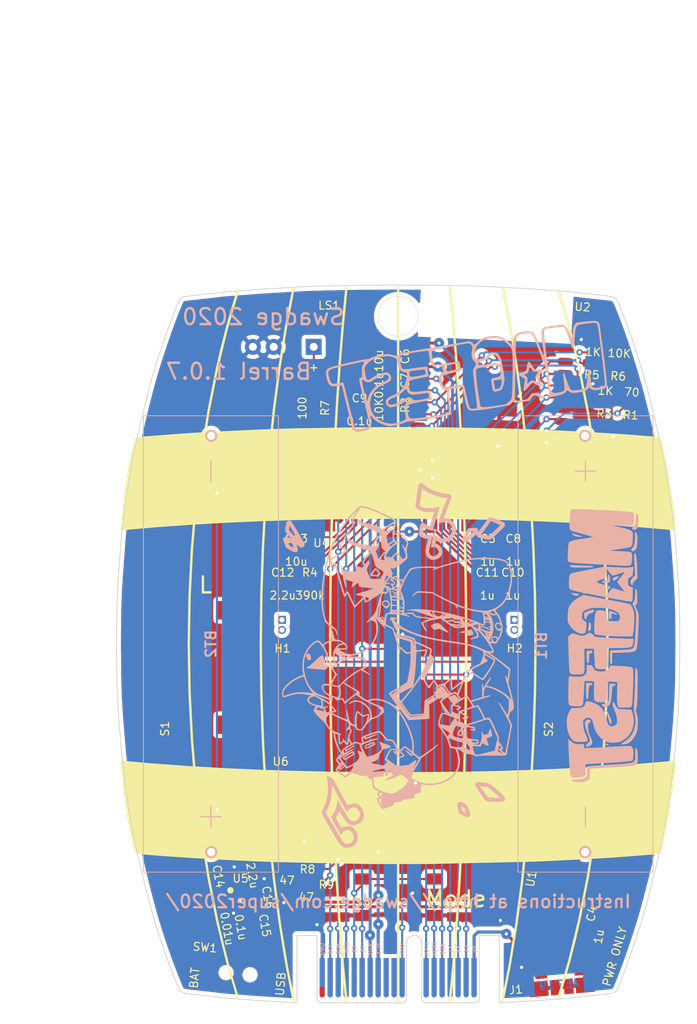
<source format=kicad_pcb>
(kicad_pcb (version 20171130) (host pcbnew "(5.1.6)-1")
  (layers (0 F.Cu signal) (31 B.Cu signal) (34 B.Paste user) (35 F.Paste user) (36 B.SilkS user) (37 F.SilkS user) (38 B.Mask user) (39 F.Mask user) (44 Edge.Cuts user))
  (net 0 "")
  (net 1 GND)
  (net 2 "Net-(BT1-Pad1)")
  (net 3 "Net-(BT2-Pad1)")
  (net 4 +3V3)
  (net 5 "Net-(C5-Pad2)")
  (net 6 "Net-(C5-Pad1)")
  (net 7 "Net-(C9-Pad2)")
  (net 8 "Net-(D1-Pad2)")
  (net 9 "Net-(D1-Pad4)")
  (net 10 "Net-(D2-Pad2)")
  (net 11 "Net-(D3-Pad2)")
  (net 12 "Net-(D4-Pad2)")
  (net 13 "Net-(D5-Pad2)")
  (net 14 +5V)
  (net 15 SCL)
  (net 16 SDA)
  (net 17 _RES)
  (net 18 RX)
  (net 19 SW2)
  (net 20 SW3)
  (net 21 REST)
  (net 22 ADC_PIN)
  (net 23 TX)
  (net 24 AUD_PWR)
  (net 25 "Net-(U3-PadB9)")
  (net 26 "Net-(U3-PadB10)")
  (net 27 "Net-(U3-PadA9)")
  (net 28 "Net-(U3-PadA10)")
  (net 29 LED_OUT)
  (net 30 BZR)
  (net 31 SW1)
  (net 32 "Net-(SW1-Pad3)")
  (net 33 "Net-(LS1-Pad1)")
  (net 34 "Net-(C8-Pad1)")
  (net 35 "Net-(C8-Pad2)")
  (net 36 "Net-(C12-Pad2)")
  (net 37 "Net-(C13-Pad2)")
  (net 38 "Net-(R4-Pad2)")
  (net 39 "Net-(R8-Pad1)")
  (net 40 "Net-(R9-Pad2)")
  (module Swadge_Parts:QMA6981_2 (layer F.Cu) (at 125.7808 130.2258)
    (fp_text reference U5 (at 0 -2.75) (layer F.SilkS))
    (fp_text value QMA6981)
    (pad 11 smd rect (at 0.25 -0.75 90) (size 0.3 0.3) (layers F.Cu F.Paste F.Mask))
    (pad 12 smd rect (at -0.25 -0.75 90) (size 0.3 0.3) (layers F.Cu F.Paste F.Mask) (net 40 "Net-(R9-Pad2)"))
    (pad 6 smd rect (at 0.25 0.75 90) (size 0.3 0.3) (layers F.Cu F.Paste F.Mask))
    (pad 5 smd rect (at -0.25 0.75 90) (size 0.3 0.3) (layers F.Cu F.Paste F.Mask))
    (pad 8 smd rect (at 0.75 0.25) (size 0.3 0.3) (layers F.Cu F.Paste F.Mask) (net 1 GND))
    (pad 9 smd rect (at 0.75 -0.25) (size 0.3 0.3) (layers F.Cu F.Paste F.Mask) (net 1 GND))
    (pad 7 smd rect (at 0.75 0.75) (size 0.3 0.3) (layers F.Cu F.Paste F.Mask) (net 4 +3V3))
    (pad 10 smd rect (at 0.75 -0.75) (size 0.3 0.3) (layers F.Cu F.Paste F.Mask))
    (pad 4 smd rect (at -0.75 0.75) (size 0.3 0.3) (layers F.Cu F.Paste F.Mask) (net 1 GND))
    (pad 3 smd rect (at -0.75 0.25) (size 0.3 0.3) (layers F.Cu F.Paste F.Mask) (net 4 +3V3))
    (pad 2 smd rect (at -0.75 -0.25) (size 0.3 0.3) (layers F.Cu F.Paste F.Mask) (net 39 "Net-(R8-Pad1)"))
    (pad 1 smd rect (at -0.75 -0.75) (size 0.3 0.3) (layers F.Cu F.Paste F.Mask) (net 1 GND))
  )
  (module Swadge_Parts:R_0603_1608Metric (layer F.Cu) (at 134.023 128.268 180)
    (fp_text reference R9 (at -2.498 0.008) (layer F.SilkS))
    (fp_text value 47 (at 0.006 -1.537) (layer F.SilkS))
    (pad 1 smd roundrect (at -0.7875 0 180) (size 0.875 0.95) (layers F.Cu F.Paste F.Mask) (net 15 SCL))
    (pad 2 smd roundrect (at 0.7875 0 180) (size 0.875 0.95) (layers F.Cu F.Paste F.Mask) (net 40 "Net-(R9-Pad2)"))
  )
  (module Swadge_Parts:R_0603_1608Metric (layer F.Cu) (at 131.59 126.29)
    (fp_text reference R8 (at 2.562 0.041) (layer F.SilkS))
    (fp_text value 47 (at 0 1.43) (layer F.SilkS))
    (pad 1 smd roundrect (at -0.7875 0) (size 0.875 0.95) (layers F.Cu F.Paste F.Mask) (net 39 "Net-(R8-Pad1)"))
    (pad 2 smd roundrect (at 0.7875 0) (size 0.875 0.95) (layers F.Cu F.Paste F.Mask) (net 16 SDA))
  )
  (module Swadge_Parts:mag-logo-outline (layer B.Cu) (at 154.1526 64.7446 190)
    (fp_text reference G*** hide)
    (fp_text value LOGO hide)
  )
  (module Swadge_Parts:mag-logo-fill (layer B.Cu) (at 171.069 98.3996 270)
    (fp_text reference G*** hide)
    (fp_text value LOGO hide)
  )
  (module Swadge_Parts:funkus (layer B.Cu) (at 145.4912 100.8634 180)
    (fp_text reference G*** hide)
    (fp_text value LOGO hide)
  )
  (module Swadge_Parts:NULL (layer F.Cu) (at 99.4878 19.0968)
    (fp_text reference H2 (at 60.583 79.633) (layer F.SilkS))
    (fp_text value Headband hide)
  )
  (module Swadge_Parts:2460 (layer B.Cu) (at 122.071 98.18399 270)
    (fp_text reference BT2 (at 0 0 270) (layer B.SilkS) (effects (font (size 1.27 1.27) (thickness 0.254)) (justify mirror)))
    (fp_text value Battery hide)
    (pad 1 thru_hole circle (at 25.995 -0.045 180) (size 1.53 1.53) (drill 1.02) (layers *.Cu *.Mask B.SilkS) (net 3 "Net-(BT2-Pad1)"))
    (pad 2 thru_hole circle (at -25.995 -0.045 180) (size 1.53 1.53) (drill 1.02) (layers *.Cu *.Mask B.SilkS) (net 2 "Net-(BT1-Pad1)"))
  )
  (module Swadge_Parts:ER-OLED0.96-1.3 (layer F.Cu) (at 145.4968 93.8 180)
    (fp_text reference U4 (at 9.6168 8.22 180) (layer F.SilkS))
    (fp_text value OLED_CONNECTOR)
    (pad 31 smd rect (at 8.9 11.1664 180) (size 2 3) (layers F.Cu F.Paste F.Mask) (net 1 GND))
    (pad 3 smd rect (at -6.25 13.5164 90) (size 1.3 0.3) (layers F.Cu F.Paste F.Mask) (net 5 "Net-(C5-Pad2)"))
    (pad 6 smd rect (at -4.75 13.5164 90) (size 1.3 0.3) (layers F.Cu F.Paste F.Mask) (net 4 +3V3))
    (pad 8 smd rect (at -3.75 13.5164 90) (size 1.3 0.3) (layers F.Cu F.Paste F.Mask) (net 1 GND))
    (pad 11 smd rect (at -2.25 13.5164 90) (size 1.3 0.3) (layers F.Cu F.Paste F.Mask) (net 4 +3V3))
    (pad 12 smd rect (at -1.75 13.5164 90) (size 1.3 0.3) (layers F.Cu F.Paste F.Mask) (net 1 GND))
    (pad 13 smd rect (at -1.25 13.5164 90) (size 1.3 0.3) (layers F.Cu F.Paste F.Mask) (net 1 GND))
    (pad 30 smd rect (at 7.25 13.5164 90) (size 1.3 0.3) (layers F.Cu F.Paste F.Mask) (net 1 GND))
    (pad 27 smd rect (at 5.75 13.5164 90) (size 1.3 0.3) (layers F.Cu F.Paste F.Mask) (net 36 "Net-(C12-Pad2)"))
    (pad 15 smd rect (at -0.25 13.5164 90) (size 1.3 0.3) (layers F.Cu F.Paste F.Mask) (net 1 GND))
    (pad 16 smd rect (at 0.25 13.5164 90) (size 1.3 0.3) (layers F.Cu F.Paste F.Mask) (net 1 GND))
    (pad 17 smd rect (at 0.75 13.5164 90) (size 1.3 0.3) (layers F.Cu F.Paste F.Mask) (net 1 GND))
    (pad 28 smd rect (at 6.25 13.5164 90) (size 1.3 0.3) (layers F.Cu F.Paste F.Mask) (net 37 "Net-(C13-Pad2)"))
    (pad 31 smd rect (at -8.9 11.1664 180) (size 2 3) (layers F.Cu F.Paste F.Mask) (net 1 GND))
    (pad 18 smd rect (at 1.25 13.5164 90) (size 1.3 0.3) (layers F.Cu F.Paste F.Mask) (net 15 SCL))
    (pad 1 smd rect (at -7.25 13.5164 90) (size 1.3 0.3) (layers F.Cu F.Paste F.Mask) (net 1 GND))
    (pad 26 smd rect (at 5.25 13.5164 90) (size 1.3 0.3) (layers F.Cu F.Paste F.Mask) (net 38 "Net-(R4-Pad2)"))
    (pad 14 smd rect (at -0.75 13.5164 90) (size 1.3 0.3) (layers F.Cu F.Paste F.Mask) (net 17 _RES))
    (pad 2 smd rect (at -6.75 13.5164 90) (size 1.3 0.3) (layers F.Cu F.Paste F.Mask) (net 6 "Net-(C5-Pad1)"))
    (pad 4 smd rect (at -5.75 13.5164 90) (size 1.3 0.3) (layers F.Cu F.Paste F.Mask) (net 34 "Net-(C8-Pad1)"))
    (pad 5 smd rect (at -5.25 13.5164 90) (size 1.3 0.3) (layers F.Cu F.Paste F.Mask) (net 35 "Net-(C8-Pad2)"))
    (pad 7 smd rect (at -4.25 13.5164 90) (size 1.3 0.3) (layers F.Cu F.Paste F.Mask))
    (pad 9 smd rect (at -3.25 13.5164 90) (size 1.3 0.3) (layers F.Cu F.Paste F.Mask) (net 4 +3V3))
    (pad 21 smd rect (at 2.75 13.5164 90) (size 1.3 0.3) (layers F.Cu F.Paste F.Mask) (net 1 GND))
    (pad 22 smd rect (at 3.25 13.5164 90) (size 1.3 0.3) (layers F.Cu F.Paste F.Mask) (net 1 GND))
    (pad 10 smd rect (at -2.75 13.5164 90) (size 1.3 0.3) (layers F.Cu F.Paste F.Mask) (net 1 GND))
    (pad 20 smd rect (at 2.25 13.5164 90) (size 1.3 0.3) (layers F.Cu F.Paste F.Mask) (net 16 SDA))
    (pad 24 smd rect (at 4.25 13.5164 90) (size 1.3 0.3) (layers F.Cu F.Paste F.Mask) (net 1 GND))
    (pad 29 smd rect (at 6.75 13.5164 90) (size 1.3 0.3) (layers F.Cu F.Paste F.Mask) (net 1 GND))
    (pad 19 smd rect (at 1.75 13.5164 90) (size 1.3 0.3) (layers F.Cu F.Paste F.Mask) (net 16 SDA))
    (pad 25 smd rect (at 4.75 13.5164 90) (size 1.3 0.3) (layers F.Cu F.Paste F.Mask) (net 1 GND))
    (pad 23 smd rect (at 3.75 13.5164 90) (size 1.3 0.3) (layers F.Cu F.Paste F.Mask) (net 1 GND))
  )
  (module Swadge_Parts:Headband (layer F.Cu) (at 145.4968 95.8)
    (fp_text reference H1 (at -14.4836 2.9552) (layer F.SilkS))
    (fp_text value Headband)
    (pad 2 thru_hole oval (at 14.5368 0.635) (size 1 1) (drill 0.65) (layers *.Cu *.Mask))
    (pad 1 thru_hole rect (at 14.5368 -0.635) (size 1 1) (drill 0.65) (layers *.Cu *.Mask))
    (pad 1 thru_hole rect (at -14.5368 -0.635) (size 1 1) (drill 0.65) (layers *.Cu *.Mask))
    (pad 2 thru_hole oval (at -14.5368 0.635) (size 1 1) (drill 0.65) (layers *.Cu *.Mask))
  )
  (module Swadge_Parts:C_0603_1608Metric (layer F.Cu) (at 156.710558 86.470353)
    (fp_text reference C5 (at 0 -1.43 180) (layer F.SilkS))
    (fp_text value 1u (at 0 1.43 180) (layer F.SilkS))
    (pad 2 smd roundrect (at 0.7875 0) (size 0.875 0.95) (layers F.Cu F.Paste F.Mask) (net 5 "Net-(C5-Pad2)"))
    (pad 1 smd roundrect (at -0.7875 0) (size 0.875 0.95) (layers F.Cu F.Paste F.Mask) (net 6 "Net-(C5-Pad1)"))
  )
  (module Swadge_Parts:C_0603_1608Metric (layer F.Cu) (at 156.650558 90.690353)
    (fp_text reference C11 (at 0 -1.43 180) (layer F.SilkS))
    (fp_text value 1u (at 0 1.43 180) (layer F.SilkS))
    (pad 2 smd roundrect (at 0.7875 0) (size 0.875 0.95) (layers F.Cu F.Paste F.Mask) (net 4 +3V3))
    (pad 1 smd roundrect (at -0.7875 0) (size 0.875 0.95) (layers F.Cu F.Paste F.Mask) (net 1 GND))
  )
  (module Swadge_Parts:C_0603_1608Metric (layer F.Cu) (at 159.900558 86.470353)
    (fp_text reference C8 (at 0 -1.43 180) (layer F.SilkS))
    (fp_text value 1u (at 0 1.43 180) (layer F.SilkS))
    (pad 2 smd roundrect (at 0.7875 0) (size 0.875 0.95) (layers F.Cu F.Paste F.Mask) (net 35 "Net-(C8-Pad2)"))
    (pad 1 smd roundrect (at -0.7875 0) (size 0.875 0.95) (layers F.Cu F.Paste F.Mask) (net 34 "Net-(C8-Pad1)"))
  )
  (module Swadge_Parts:C_0603_1608Metric (layer F.Cu) (at 159.840558 90.690353)
    (fp_text reference C10 (at 0 -1.43 180) (layer F.SilkS))
    (fp_text value 1u (at 0 1.43 180) (layer F.SilkS))
    (pad 2 smd roundrect (at 0.7875 0) (size 0.875 0.95) (layers F.Cu F.Paste F.Mask) (net 4 +3V3))
    (pad 1 smd roundrect (at -0.7875 0) (size 0.875 0.95) (layers F.Cu F.Paste F.Mask) (net 1 GND))
  )
  (module Swadge_Parts:Buzzer_12x9.5RM7.6 (layer F.Cu) (at 134.925 61.075 180)
    (fp_text reference LS1 (at -1.925 5.175) (layer F.SilkS))
    (fp_text value Speaker)
    (fp_text user + (at -0.01 -2.54) (layer F.SilkS))
    (pad 1 thru_hole rect (at 0 0 180) (size 2 2) (drill 1) (layers *.Cu *.Mask) (net 33 "Net-(LS1-Pad1)"))
    (pad 2 thru_hole circle (at 7.6 0 180) (size 2 2) (drill 1) (layers *.Cu *.Mask) (net 1 GND))
    (pad 2 thru_hole circle (at 5 0 180) (size 2 2) (drill 1) (layers *.Cu *.Mask) (net 1 GND))
  )
  (module Swadge_Parts:NULL (layer F.Cu) (at 145.9 47.175)
    (fp_text reference U6 (at -15.1 65.7) (layer F.SilkS))
    (fp_text value OLED_DISPLAY hide)
  )
  (module Swadge_Parts:ESP-13-WROOM-02 (layer F.Cu) (at 148.509589 60.463179 357)
    (fp_text reference U2 (at 19.784595 -5.406033 357) (layer F.SilkS))
    (fp_text value ESP-13-WROOM-02D)
    (pad 10 smd oval (at 18 12 357) (size 2 0.9) (layers F.Cu F.Paste F.Mask) (net 20 SW3))
    (pad 9 smd oval (at 0 12 357) (size 2 0.9) (layers F.Cu F.Paste F.Mask) (net 1 GND))
    (pad 1 smd rect (at 0 0 357) (size 2 0.9) (layers F.Cu F.Paste F.Mask) (net 4 +3V3))
    (pad 2 smd oval (at 0 1.5 357) (size 2 0.9) (layers F.Cu F.Paste F.Mask) (net 7 "Net-(C9-Pad2)"))
    (pad 3 smd oval (at 0 3 357) (size 2 0.9) (layers F.Cu F.Paste F.Mask) (net 24 AUD_PWR))
    (pad 4 smd oval (at 0 4.5 357) (size 2 0.9) (layers F.Cu F.Paste F.Mask) (net 31 SW1))
    (pad 5 smd oval (at 0 6 357) (size 2 0.9) (layers F.Cu F.Paste F.Mask) (net 19 SW2))
    (pad 6 smd oval (at 0 7.5 357) (size 2 0.9) (layers F.Cu F.Paste F.Mask) (net 17 _RES))
    (pad 7 smd oval (at 0 9 357) (size 2 0.9) (layers F.Cu F.Paste F.Mask) (net 16 SDA))
    (pad 8 smd oval (at 0 10.5 357) (size 2 0.9) (layers F.Cu F.Paste F.Mask) (net 15 SCL))
    (pad 11 smd oval (at 18 10.5 357) (size 2 0.9) (layers F.Cu F.Paste F.Mask) (net 18 RX))
    (pad 12 smd oval (at 18 9 357) (size 2 0.9) (layers F.Cu F.Paste F.Mask) (net 23 TX))
    (pad 13 smd oval (at 18 7.5 357) (size 2 0.9) (layers F.Cu F.Paste F.Mask) (net 1 GND))
    (pad 14 smd oval (at 18 6 357) (size 2 0.9) (layers F.Cu F.Paste F.Mask) (net 30 BZR))
    (pad 15 smd oval (at 18 4.5 357) (size 2 0.9) (layers F.Cu F.Paste F.Mask) (net 21 REST))
    (pad 16 smd oval (at 18 3 357) (size 2 0.9) (layers F.Cu F.Paste F.Mask) (net 22 ADC_PIN))
    (pad 17 smd oval (at 18 1.5 357) (size 2 0.9) (layers F.Cu F.Paste F.Mask) (net 21 REST))
    (pad 18 smd oval (at 18 0 357) (size 2 0.9) (layers F.Cu F.Paste F.Mask) (net 1 GND))
    (pad PAD smd rect (at 10.12 6.58 357) (size 4.3 4.3) (layers F.Cu F.Paste F.Mask) (net 1 GND))
  )
  (module Swadge_Parts:R_0603_1608Metric (layer F.Cu) (at 134.94 68.72 270)
    (fp_text reference R7 (at 0 -1.43 270) (layer F.SilkS))
    (fp_text value 100 (at 0 1.43 270) (layer F.SilkS))
    (pad 2 smd roundrect (at 0.7875 0 270) (size 0.875 0.95) (layers F.Cu F.Paste F.Mask) (net 30 BZR))
    (pad 1 smd roundrect (at -0.7875 0 270) (size 0.875 0.95) (layers F.Cu F.Paste F.Mask) (net 33 "Net-(LS1-Pad1)"))
  )
  (module Swadge_Parts:R_0603_1608Metric (layer F.Cu) (at 134.451982 90.690353)
    (fp_text reference R4 (at 0 -1.43 -180) (layer F.SilkS))
    (fp_text value 390k (at 0 1.43 -180) (layer F.SilkS))
    (pad 2 smd roundrect (at 0.7875 0) (size 0.875 0.95) (layers F.Cu F.Paste F.Mask) (net 38 "Net-(R4-Pad2)"))
    (pad 1 smd roundrect (at -0.7875 0) (size 0.875 0.95) (layers F.Cu F.Paste F.Mask) (net 1 GND))
  )
  (module Swadge_Parts:R_0603_1608Metric (layer F.Cu) (at 174.645638 68.175715 177)
    (fp_text reference R1 (at 0 -1.43 177) (layer F.SilkS))
    (fp_text value 70 (at 0 1.43 177) (layer F.SilkS))
    (pad 2 smd roundrect (at 0.7875 0 177) (size 0.875 0.95) (layers F.Cu F.Paste F.Mask) (net 18 RX))
    (pad 1 smd roundrect (at -0.7875 0 177) (size 0.875 0.95) (layers F.Cu F.Paste F.Mask) (net 9 "Net-(D1-Pad4)"))
  )
  (module Swadge_Parts:R_0603_1608Metric (layer F.Cu) (at 173.085449 63.32147 177)
    (fp_text reference R6 (at 0 -1.43 177) (layer F.SilkS))
    (fp_text value 10K (at 0 1.43 177) (layer F.SilkS))
    (pad 2 smd roundrect (at 0.7875 0 177) (size 0.875 0.95) (layers F.Cu F.Paste F.Mask) (net 17 _RES))
    (pad 1 smd roundrect (at -0.7875 0 177) (size 0.875 0.95) (layers F.Cu F.Paste F.Mask) (net 1 GND))
  )
  (module Swadge_Parts:R_0603_1608Metric (layer F.Cu) (at 169.789971 63.148761 177)
    (fp_text reference R5 (at 0 -1.43 177) (layer F.SilkS))
    (fp_text value 1K (at 0 1.43 177) (layer F.SilkS))
    (pad 2 smd roundrect (at 0.7875 0 177) (size 0.875 0.95) (layers F.Cu F.Paste F.Mask) (net 16 SDA))
    (pad 1 smd roundrect (at -0.7875 0 177) (size 0.875 0.95) (layers F.Cu F.Paste F.Mask) (net 4 +3V3))
  )
  (module Swadge_Parts:R_0603_1608Metric (layer F.Cu) (at 171.35016 68.003006 177)
    (fp_text reference R3 (at 0 -1.43 177) (layer F.SilkS))
    (fp_text value 1K (at 0 1.43 177) (layer F.SilkS))
    (pad 2 smd roundrect (at 0.7875 0 177) (size 0.875 0.95) (layers F.Cu F.Paste F.Mask) (net 15 SCL))
    (pad 1 smd roundrect (at -0.7875 0 177) (size 0.875 0.95) (layers F.Cu F.Paste F.Mask) (net 4 +3V3))
  )
  (module Swadge_Parts:R_0603_1608Metric (layer F.Cu) (at 144.534226 68.924802 270)
    (fp_text reference R2 (at -0.564802 -1.835774 90) (layer F.SilkS))
    (fp_text value 10K (at 0 1.43 90) (layer F.SilkS))
    (pad 2 smd roundrect (at 0.7875 0 270) (size 0.875 0.95) (layers F.Cu F.Paste F.Mask) (net 7 "Net-(C9-Pad2)"))
    (pad 1 smd roundrect (at -0.7875 0 270) (size 0.875 0.95) (layers F.Cu F.Paste F.Mask) (net 4 +3V3))
  )
  (module Swadge_Parts:C_0603_1608Metric (layer F.Cu) (at 127.8 130.15 100)
    (fp_text reference C16 (at 0.065656 1.412866 100) (layer F.SilkS))
    (fp_text value 2.2u (at 3.0876 -0.015 100) (layer F.SilkS))
    (pad 2 smd roundrect (at 0.7875 0 100) (size 0.875 0.95) (layers F.Cu F.Paste F.Mask) (net 1 GND))
    (pad 1 smd roundrect (at -0.7875 0 100) (size 0.875 0.95) (layers F.Cu F.Paste F.Mask) (net 4 +3V3))
  )
  (module Swadge_Parts:C_0603_1608Metric (layer F.Cu) (at 127.2 133.33 280)
    (fp_text reference C15 (at 0.2964 -1.5944 100) (layer F.SilkS))
    (fp_text value 0.1u (at 0 1.43 100) (layer F.SilkS))
    (pad 2 smd roundrect (at 0.7875 0 280) (size 0.875 0.95) (layers F.Cu F.Paste F.Mask) (net 1 GND))
    (pad 1 smd roundrect (at -0.7875 0 280) (size 0.875 0.95) (layers F.Cu F.Paste F.Mask) (net 4 +3V3))
  )
  (module Swadge_Parts:C_0603_1608Metric (layer F.Cu) (at 123.5 130.12 100)
    (fp_text reference C14 (at 2.9464 0.0254 100) (layer F.SilkS))
    (fp_text value 0.01u (at -3.673 -0.0578 100) (layer F.SilkS))
    (pad 2 smd roundrect (at 0.7875 0 100) (size 0.875 0.95) (layers F.Cu F.Paste F.Mask) (net 1 GND))
    (pad 1 smd roundrect (at -0.7875 0 100) (size 0.875 0.95) (layers F.Cu F.Paste F.Mask) (net 4 +3V3))
  )
  (module Swadge_Parts:C_0603_1608Metric (layer F.Cu) (at 145.4968 123.5 180)
    (fp_text reference C3 (at 0 -1.43) (layer F.SilkS))
    (fp_text value 1u (at 0 1.43) (layer F.SilkS))
    (pad 2 smd roundrect (at 0.7875 0 180) (size 0.875 0.95) (layers F.Cu F.Paste F.Mask) (net 1 GND))
    (pad 1 smd roundrect (at -0.7875 0 180) (size 0.875 0.95) (layers F.Cu F.Paste F.Mask) (net 4 +3V3))
  )
  (module Swadge_Parts:C_0603_1608Metric (layer F.Cu) (at 169.7 74.2 355)
    (fp_text reference C2 (at 0 -1.43 175) (layer F.SilkS))
    (fp_text value 1u (at 0 1.43 175) (layer F.SilkS))
    (pad 2 smd roundrect (at 0.7875 0 355) (size 0.875 0.95) (layers F.Cu F.Paste F.Mask) (net 1 GND))
    (pad 1 smd roundrect (at -0.7875 0 355) (size 0.875 0.95) (layers F.Cu F.Paste F.Mask) (net 4 +3V3))
  )
  (module Swadge_Parts:C_0603_1608Metric (layer F.Cu) (at 169.1894 134.493 80)
    (fp_text reference C4 (at 2.639653 0.050395 80) (layer F.SilkS))
    (fp_text value 1u (at 0 1.43 80) (layer F.SilkS))
    (pad 2 smd roundrect (at 0.7875 0 80) (size 0.875 0.95) (layers F.Cu F.Paste F.Mask) (net 1 GND))
    (pad 1 smd roundrect (at -0.7875 0 80) (size 0.875 0.95) (layers F.Cu F.Paste F.Mask) (net 14 +5V))
  )
  (module Swadge_Parts:C_0603_1608Metric (layer F.Cu) (at 132.751982 86.470353)
    (fp_text reference C13 (at 0 -1.43 -180) (layer F.SilkS))
    (fp_text value 10u (at 0 1.43 -180) (layer F.SilkS))
    (pad 2 smd roundrect (at 0.7875 0) (size 0.875 0.95) (layers F.Cu F.Paste F.Mask) (net 37 "Net-(C13-Pad2)"))
    (pad 1 smd roundrect (at -0.7875 0) (size 0.875 0.95) (layers F.Cu F.Paste F.Mask) (net 1 GND))
  )
  (module Swadge_Parts:C_0603_1608Metric (layer F.Cu) (at 121.3 74.2 5)
    (fp_text reference C1 (at 0 -1.43 185) (layer F.SilkS))
    (fp_text value 1u (at 0 1.43 185) (layer F.SilkS))
    (pad 2 smd roundrect (at 0.7875 0 5) (size 0.875 0.95) (layers F.Cu F.Paste F.Mask) (net 1 GND))
    (pad 1 smd roundrect (at -0.7875 0 5) (size 0.875 0.95) (layers F.Cu F.Paste F.Mask) (net 4 +3V3))
  )
  (module Swadge_Parts:C_0603_1608Metric (layer F.Cu) (at 131.051982 90.690353)
    (fp_text reference C12 (at 0 -1.43 -180) (layer F.SilkS))
    (fp_text value 2.2u (at 0 1.43 -180) (layer F.SilkS))
    (pad 2 smd roundrect (at 0.7875 0) (size 0.875 0.95) (layers F.Cu F.Paste F.Mask) (net 36 "Net-(C12-Pad2)"))
    (pad 1 smd roundrect (at -0.7875 0) (size 0.875 0.95) (layers F.Cu F.Paste F.Mask) (net 1 GND))
  )
  (module Swadge_Parts:C_0603_1608Metric (layer F.Cu) (at 144.534225 65.876802 270)
    (fp_text reference C7 (at -0.576802 -1.835775 270) (layer F.SilkS))
    (fp_text value 0.1u (at 0 1.43 270) (layer F.SilkS))
    (pad 2 smd roundrect (at 0.7875 0 270) (size 0.875 0.95) (layers F.Cu F.Paste F.Mask) (net 4 +3V3))
    (pad 1 smd roundrect (at -0.7875 0 270) (size 0.875 0.95) (layers F.Cu F.Paste F.Mask) (net 1 GND))
  )
  (module Swadge_Parts:C_0603_1608Metric (layer F.Cu) (at 144.534225 62.828802 270)
    (fp_text reference C6 (at -0.568802 -1.835775 90) (layer F.SilkS))
    (fp_text value 10u (at 0 1.43 90) (layer F.SilkS))
    (pad 2 smd roundrect (at 0.7875 0 270) (size 0.875 0.95) (layers F.Cu F.Paste F.Mask) (net 4 +3V3))
    (pad 1 smd roundrect (at -0.7875 0 270) (size 0.875 0.95) (layers F.Cu F.Paste F.Mask) (net 1 GND))
  )
  (module Swadge_Parts:C_0603_1608Metric (layer F.Cu) (at 140.665372 68.924802)
    (fp_text reference C9 (at 0 -1.43) (layer F.SilkS))
    (fp_text value 0.1u (at 0 1.43) (layer F.SilkS))
    (pad 2 smd roundrect (at 0.7875 0) (size 0.875 0.95) (layers F.Cu F.Paste F.Mask) (net 7 "Net-(C9-Pad2)"))
    (pad 1 smd roundrect (at -0.7875 0) (size 0.875 0.95) (layers F.Cu F.Paste F.Mask) (net 1 GND))
  )
  (module Swadge_Parts:USB_Micro-B_Molex_47346-0001 (layer F.Cu) (at 165.862 139.827 5)
    (fp_text reference J1 (at -5.752382 1.05205 185) (layer F.SilkS))
    (fp_text value USB_B_Micro)
    (pad 6 smd rect (at 0.84 1.2 5) (size 1.175 1.9) (layers F.Cu F.Paste F.Mask) (net 1 GND))
    (pad 6 smd rect (at -0.84 1.2 5) (size 1.175 1.9) (layers F.Cu F.Paste F.Mask) (net 1 GND))
    (pad 6 smd rect (at 2.91 1.2 5) (size 2.375 1.9) (layers F.Cu F.Paste F.Mask) (net 1 GND))
    (pad 6 smd rect (at -2.91 1.2 5) (size 2.375 1.9) (layers F.Cu F.Paste F.Mask) (net 1 GND))
    (pad 6 smd rect (at 2.4625 -1.1 5) (size 1.475 2.1) (layers F.Cu F.Paste F.Mask) (net 1 GND))
    (pad 6 smd rect (at -2.4625 -1.1 5) (size 1.475 2.1) (layers F.Cu F.Paste F.Mask) (net 1 GND))
    (pad 5 smd rect (at 1.3 -1.46 5) (size 0.45 1.38) (layers F.Cu F.Paste F.Mask) (net 1 GND))
    (pad 4 smd rect (at 0.65 -1.46 5) (size 0.45 1.38) (layers F.Cu F.Paste F.Mask))
    (pad 3 smd rect (at 0 -1.46 5) (size 0.45 1.38) (layers F.Cu F.Paste F.Mask))
    (pad 2 smd rect (at -0.65 -1.46 5) (size 0.45 1.38) (layers F.Cu F.Paste F.Mask))
    (pad 1 smd rect (at -1.3 -1.46 5) (size 0.45 1.38) (layers F.Cu F.Paste F.Mask) (net 14 +5V))
  )
  (module Swadge_Parts:SOT-223-3_TabPin2 (layer F.Cu) (at 164.45 131.4 80)
    (fp_text reference U1 (at 3.400231 -2.945188 80) (layer F.SilkS))
    (fp_text value AP1117-33)
    (pad 2 smd rect (at 3.15 0 80) (size 2 3.8) (layers F.Cu F.Paste F.Mask) (net 32 "Net-(SW1-Pad3)"))
    (pad 2 smd rect (at -3.15 0 80) (size 2 1.5) (layers F.Cu F.Paste F.Mask) (net 32 "Net-(SW1-Pad3)"))
    (pad 3 smd rect (at -3.15 2.3 80) (size 2 1.5) (layers F.Cu F.Paste F.Mask) (net 14 +5V))
    (pad 1 smd rect (at -3.15 -2.3 80) (size 2 1.5) (layers F.Cu F.Paste F.Mask) (net 1 GND))
  )
  (module Swadge_Parts:SW_SPDT_PCM12 (layer F.Cu) (at 125.5 139.05 355)
    (fp_text reference SW1 (at -4.416177 -2.581729 175) (layer F.SilkS))
    (fp_text value SW_SPDT)
    (pad 7 smd rect (at -3.65 -0.78 355) (size 1 0.8) (layers F.Cu F.Paste F.Mask) (net 1 GND))
    (pad 4 smd rect (at 3.65 -0.78 355) (size 1 0.8) (layers F.Cu F.Paste F.Mask) (net 1 GND))
    (pad 5 smd rect (at 3.65 1.43 355) (size 1 0.8) (layers F.Cu F.Paste F.Mask) (net 1 GND))
    (pad 6 smd rect (at -3.65 1.43 355) (size 1 0.8) (layers F.Cu F.Paste F.Mask) (net 1 GND))
    (pad 3 smd rect (at 2.25 -1.43 355) (size 0.7 1.5) (layers F.Cu F.Paste F.Mask) (net 32 "Net-(SW1-Pad3)"))
    (pad 2 smd rect (at 0.75 -1.43 355) (size 0.7 1.5) (layers F.Cu F.Paste F.Mask) (net 4 +3V3))
    (pad 1 smd rect (at -2.25 -1.43 355) (size 0.7 1.5) (layers F.Cu F.Paste F.Mask) (net 3 "Net-(BT2-Pad1)"))
    (pad "" np_thru_hole circle (at 1.5 0.33 355) (size 0.9 0.9) (drill 0.9) (layers *.Cu *.Mask))
    (pad "" np_thru_hole circle (at -1.5 0.33 355) (size 0.9 0.9) (drill 0.9) (layers *.Cu *.Mask))
  )
  (module Swadge_Parts:SW_4-1437565-2 (layer F.Cu) (at 145.4968 129.8194)
    (fp_text reference S3 (at -4.40996 0.62992) (layer F.SilkS))
    (fp_text value 4-1437565-2)
    (pad 4 smd rect (at 4.55 2.275) (size 2.1 1.4) (layers F.Cu F.Paste F.Mask) (net 1 GND))
    (pad 3 smd rect (at -4.55 2.275) (size 2.1 1.4) (layers F.Cu F.Paste F.Mask) (net 1 GND))
    (pad 2 smd rect (at 4.55 -2.275) (size 2.1 1.4) (layers F.Cu F.Paste F.Mask) (net 19 SW2))
    (pad 1 smd rect (at -4.55 -2.275) (size 2.1 1.4) (layers F.Cu F.Paste F.Mask) (net 19 SW2))
  )
  (module Swadge_Parts:B3FS4002P (layer F.Cu) (at 169.422571 100 90)
    (fp_text reference S2 (at -8.84 -5.102571 90) (layer F.SilkS))
    (fp_text value B3FS-4002P hide)
    (pad 1 smd rect (at 6.025 2.5 90) (size 2.3 2.4) (layers F.Cu F.Paste F.Mask) (net 31 SW1))
    (pad 2 smd rect (at -8.275 2.5 90) (size 2.3 2.4) (layers F.Cu F.Paste F.Mask) (net 31 SW1))
    (pad 3 smd rect (at 6.025 -2.5 90) (size 2.3 2.4) (layers F.Cu F.Paste F.Mask) (net 1 GND))
    (pad 4 smd rect (at -8.275 -2.5 90) (size 2.3 2.4) (layers F.Cu F.Paste F.Mask) (net 1 GND))
  )
  (module Swadge_Parts:B3FS4002P (layer F.Cu) (at 121.571 100 90)
    (fp_text reference S1 (at -8.78 -5.251 90) (layer F.SilkS))
    (fp_text value B3FS-4002P hide)
    (pad 1 smd rect (at 6.025 2.5 90) (size 2.3 2.4) (layers F.Cu F.Paste F.Mask) (net 20 SW3))
    (pad 2 smd rect (at -8.275 2.5 90) (size 2.3 2.4) (layers F.Cu F.Paste F.Mask) (net 20 SW3))
    (pad 3 smd rect (at 6.025 -2.5 90) (size 2.3 2.4) (layers F.Cu F.Paste F.Mask) (net 1 GND))
    (pad 4 smd rect (at -8.275 -2.5 90) (size 2.3 2.4) (layers F.Cu F.Paste F.Mask) (net 1 GND))
  )
  (module Swadge_Parts:2460 (layer B.Cu) (at 168.922571 98.18399 90)
    (fp_text reference BT1 (at -0.21561 -5.498971 90) (layer B.SilkS) (effects (font (size 1.27 1.27) (thickness 0.254)) (justify mirror)))
    (fp_text value Battery hide)
    (pad 1 thru_hole circle (at 25.995 -0.045) (size 1.53 1.53) (drill 1.02) (layers *.Cu *.Mask B.SilkS) (net 2 "Net-(BT1-Pad1)"))
    (pad 2 thru_hole circle (at -25.995 -0.045) (size 1.53 1.53) (drill 1.02) (layers *.Cu *.Mask B.SilkS) (net 1 GND))
  )
  (module Swadge_Parts:LED_WS2812B_PLCC4_5.0x5.0mm_P3.2mm (layer F.Cu) (at 145.4968 119.8372 180)
    (fp_text reference D5 (at 0 -3.5) (layer F.SilkS))
    (fp_text value WS2812B)
    (fp_text user 1 (at -4.15 -1.6) (layer F.SilkS))
    (pad 3 smd rect (at 2.45 1.6 180) (size 1.5 1) (layers F.Cu F.Paste F.Mask) (net 1 GND))
    (pad 4 smd rect (at 2.45 -1.6 180) (size 1.5 1) (layers F.Cu F.Paste F.Mask) (net 12 "Net-(D4-Pad2)"))
    (pad 2 smd rect (at -2.45 1.6 180) (size 1.5 1) (layers F.Cu F.Paste F.Mask) (net 13 "Net-(D5-Pad2)"))
    (pad 1 smd rect (at -2.45 -1.6 180) (size 1.5 1) (layers F.Cu F.Paste F.Mask) (net 4 +3V3))
  )
  (module Swadge_Parts:BUS_PCIexpress (layer F.Cu) (at 135.9916 139.2174)
    (fp_text reference U3 hide)
    (fp_text value BUS_PCIexpress)
    (pad A2 connect oval (at 1 2.8 90) (size 0.65 0.65) (layers B.Cu B.Mask) (net 15 SCL))
    (pad A18 connect oval (at 19 2.8 90) (size 0.65 0.65) (layers B.Cu B.Mask) (net 14 +5V))
    (pad A17 connect oval (at 18 2.8 90) (size 0.65 0.65) (layers B.Cu B.Mask) (net 20 SW3))
    (pad A12 connect oval (at 13 2.8 90) (size 0.65 0.65) (layers B.Cu B.Mask) (net 22 ADC_PIN))
    (pad A11 connect oval (at 10 2.8 90) (size 0.65 0.65) (layers B.Cu B.Mask) (net 29 LED_OUT))
    (pad A16 connect oval (at 17 2.8 90) (size 0.65 0.65) (layers B.Cu B.Mask) (net 18 RX))
    (pad A13 connect oval (at 14 2.8 90) (size 0.65 0.65) (layers B.Cu B.Mask) (net 21 REST))
    (pad A3 connect oval (at 2 2.8 90) (size 0.65 0.65) (layers B.Cu B.Mask) (net 16 SDA))
    (pad A15 connect oval (at 16 2.8 90) (size 0.65 0.65) (layers B.Cu B.Mask) (net 23 TX))
    (pad A14 connect oval (at 15 2.8 90) (size 0.65 0.65) (layers B.Cu B.Mask) (net 30 BZR))
    (pad A10 connect oval (at 9 2.8 90) (size 0.65 0.65) (layers B.Cu B.Mask) (net 28 "Net-(U3-PadA10)"))
    (pad A9 connect oval (at 8 2.8 90) (size 0.65 0.65) (layers B.Cu B.Mask) (net 27 "Net-(U3-PadA9)"))
    (pad A8 connect oval (at 7 2.8 90) (size 0.65 0.65) (layers B.Cu B.Mask) (net 4 +3V3))
    (pad A7 connect oval (at 6 2.8 90) (size 0.65 0.65) (layers B.Cu B.Mask) (net 24 AUD_PWR))
    (pad A6 connect oval (at 5 2.8 90) (size 0.65 0.65) (layers B.Cu B.Mask) (net 31 SW1))
    (pad A5 connect oval (at 4 2.8 90) (size 0.65 0.65) (layers B.Cu B.Mask) (net 19 SW2))
    (pad A4 connect oval (at 3 2.8 90) (size 0.65 0.65) (layers B.Cu B.Mask) (net 17 _RES))
    (pad B2 connect circle (at 1 2.8) (size 0.65 0.65) (layers F.Cu F.Mask) (net 15 SCL))
    (pad B16 connect circle (at 17 2.8 90) (size 0.65 0.65) (layers F.Cu F.Mask) (net 18 RX))
    (pad B15 connect circle (at 16 2.8) (size 0.65 0.65) (layers F.Cu F.Mask) (net 23 TX))
    (pad B14 connect circle (at 15 2.8) (size 0.65 0.65) (layers F.Cu F.Mask) (net 30 BZR))
    (pad B13 connect circle (at 14 2.8) (size 0.65 0.65) (layers F.Cu F.Mask) (net 21 REST))
    (pad B12 connect circle (at 13 2.8) (size 0.65 0.65) (layers F.Cu F.Mask) (net 22 ADC_PIN))
    (pad B1 connect circle (at 0 2.8) (size 0.65 0.65) (layers F.Cu F.Mask) (net 1 GND))
    (pad B11 connect circle (at 10 2.8 90) (size 0.65 0.65) (layers F.Cu F.Mask) (net 29 LED_OUT))
    (pad B10 connect circle (at 9 2.8) (size 0.65 0.65) (layers F.Cu F.Mask) (net 26 "Net-(U3-PadB10)"))
    (pad B9 connect circle (at 8 2.8) (size 0.65 0.65) (layers F.Cu F.Mask) (net 25 "Net-(U3-PadB9)"))
    (pad B8 connect circle (at 7 2.8) (size 0.65 0.65) (layers F.Cu F.Mask) (net 4 +3V3))
    (pad B7 connect circle (at 6 2.8 180) (size 0.65 0.65) (layers F.Cu F.Mask) (net 24 AUD_PWR))
    (pad B6 connect circle (at 5 2.8) (size 0.65 0.65) (layers F.Cu F.Mask) (net 31 SW1))
    (pad B5 connect circle (at 4 2.8) (size 0.65 0.65) (layers F.Cu F.Mask) (net 19 SW2))
    (pad B4 connect circle (at 3 2.8) (size 0.65 0.65) (layers F.Cu F.Mask) (net 17 _RES))
    (pad B3 connect circle (at 2 2.8) (size 0.65 0.65) (layers F.Cu F.Mask) (net 16 SDA))
    (pad A13 connect rect (at 14 0.5) (size 0.65 4.6) (layers B.Cu B.Mask) (net 21 REST))
    (pad A12 connect rect (at 13 0.5) (size 0.65 4.6) (layers B.Cu B.Mask) (net 22 ADC_PIN))
    (pad A18 connect rect (at 19 0.5) (size 0.65 4.6) (layers B.Cu B.Mask) (net 14 +5V))
    (pad A17 connect rect (at 18 0.5) (size 0.65 4.6) (layers B.Cu B.Mask) (net 20 SW3))
    (pad A16 connect rect (at 17 0.5) (size 0.65 4.6) (layers B.Cu B.Mask) (net 18 RX))
    (pad A15 connect rect (at 16 0.5) (size 0.65 4.6) (layers B.Cu B.Mask) (net 23 TX))
    (pad A14 connect rect (at 15 0.5) (size 0.65 4.6) (layers B.Cu B.Mask) (net 30 BZR))
    (pad A11 connect rect (at 10 0.5) (size 0.65 4.6) (layers B.Cu B.Mask) (net 29 LED_OUT))
    (pad A10 connect rect (at 9 0.5) (size 0.65 4.6) (layers B.Cu B.Mask) (net 28 "Net-(U3-PadA10)"))
    (pad A9 connect rect (at 8 0.5) (size 0.65 4.6) (layers B.Cu B.Mask) (net 27 "Net-(U3-PadA9)"))
    (pad A8 connect rect (at 7 0.5) (size 0.65 4.6) (layers B.Cu B.Mask) (net 4 +3V3))
    (pad A7 connect rect (at 6 0.5) (size 0.65 4.6) (layers B.Cu B.Mask) (net 24 AUD_PWR))
    (pad A6 connect rect (at 5 0.5) (size 0.65 4.6) (layers B.Cu B.Mask) (net 31 SW1))
    (pad A5 connect rect (at 4 0.5) (size 0.65 4.6) (layers B.Cu B.Mask) (net 19 SW2))
    (pad A4 connect rect (at 3 0.5) (size 0.65 4.6) (layers B.Cu B.Mask) (net 17 _RES))
    (pad A3 connect rect (at 2 0.5) (size 0.65 4.6) (layers B.Cu B.Mask) (net 16 SDA))
    (pad A2 connect rect (at 1 0.5) (size 0.65 4.6) (layers B.Cu B.Mask) (net 15 SCL))
    (pad A1 connect rect (at 0 0) (size 0.65 3.6) (layers B.Cu B.Mask) (net 1 GND))
    (pad B13 connect rect (at 14 0.5) (size 0.65 4.6) (layers F.Cu F.Mask) (net 21 REST))
    (pad B12 connect rect (at 13 0.5) (size 0.65 4.6) (layers F.Cu F.Mask) (net 22 ADC_PIN))
    (pad B18 connect rect (at 19 0.5) (size 0.65 4.6) (layers F.Cu F.Mask) (net 14 +5V))
    (pad B17 connect rect (at 18 0) (size 0.65 3.6) (layers F.Cu F.Mask) (net 20 SW3))
    (pad B16 connect rect (at 17 0.5) (size 0.65 4.6) (layers F.Cu F.Mask) (net 18 RX))
    (pad B15 connect rect (at 16 0.5) (size 0.65 4.6) (layers F.Cu F.Mask) (net 23 TX))
    (pad B14 connect rect (at 15 0.5) (size 0.65 4.6) (layers F.Cu F.Mask) (net 30 BZR))
    (pad B11 connect rect (at 10 0.5) (size 0.65 4.6) (layers F.Cu F.Mask) (net 29 LED_OUT))
    (pad B10 connect rect (at 9 0.5) (size 0.65 4.6) (layers F.Cu F.Mask) (net 26 "Net-(U3-PadB10)"))
    (pad B9 connect rect (at 8 0.5) (size 0.65 4.6) (layers F.Cu F.Mask) (net 25 "Net-(U3-PadB9)"))
    (pad B8 connect rect (at 7 0.5) (size 0.65 4.6) (layers F.Cu F.Mask) (net 4 +3V3))
    (pad B7 connect rect (at 6 0.5) (size 0.65 4.6) (layers F.Cu F.Mask) (net 24 AUD_PWR))
    (pad B6 connect rect (at 5 0.5) (size 0.65 4.6) (layers F.Cu F.Mask) (net 31 SW1))
    (pad B5 connect rect (at 4 0.5) (size 0.65 4.6) (layers F.Cu F.Mask) (net 19 SW2))
    (pad B4 connect rect (at 3 0.5) (size 0.65 4.6) (layers F.Cu F.Mask) (net 17 _RES))
    (pad B3 connect rect (at 2 0.5) (size 0.65 4.6) (layers F.Cu F.Mask) (net 16 SDA))
    (pad B2 connect rect (at 1 0.5) (size 0.65 4.6) (layers F.Cu F.Mask) (net 15 SCL))
    (pad B1 connect rect (at 0 0.5) (size 0.65 4.6) (layers F.Cu F.Mask) (net 1 GND))
    (pad B18 connect circle (at 19 2.8) (size 0.65 0.65) (layers F.Cu F.Mask) (net 14 +5V))
  )
  (module Swadge_Parts:LED_WS2812B_PLCC4_5.0x5.0mm_P3.2mm (layer F.Cu) (at 167.422571 118.8974 185)
    (fp_text reference D6 (at 0 -3.5 185) (layer F.SilkS))
    (fp_text value WS2812B)
    (fp_text user 1 (at -4.15 -1.6 185) (layer F.SilkS))
    (pad 3 smd rect (at 2.45 1.6 185) (size 1.5 1) (layers F.Cu F.Paste F.Mask) (net 1 GND))
    (pad 4 smd rect (at 2.45 -1.6 185) (size 1.5 1) (layers F.Cu F.Paste F.Mask) (net 13 "Net-(D5-Pad2)"))
    (pad 2 smd rect (at -2.45 1.6 185) (size 1.5 1) (layers F.Cu F.Paste F.Mask) (net 29 LED_OUT))
    (pad 1 smd rect (at -2.45 -1.6 185) (size 1.5 1) (layers F.Cu F.Paste F.Mask) (net 4 +3V3))
  )
  (module Swadge_Parts:LED_WS2812B_PLCC4_5.0x5.0mm_P3.2mm (layer F.Cu) (at 123.571 118.8974 175)
    (fp_text reference D4 (at 0 -3.5 175) (layer F.SilkS))
    (fp_text value WS2812B)
    (fp_text user 1 (at -4.15 -1.6 175) (layer F.SilkS))
    (pad 3 smd rect (at 2.45 1.6 175) (size 1.5 1) (layers F.Cu F.Paste F.Mask) (net 1 GND))
    (pad 4 smd rect (at 2.45 -1.6 175) (size 1.5 1) (layers F.Cu F.Paste F.Mask) (net 11 "Net-(D3-Pad2)"))
    (pad 2 smd rect (at -2.45 1.6 175) (size 1.5 1) (layers F.Cu F.Paste F.Mask) (net 12 "Net-(D4-Pad2)"))
    (pad 1 smd rect (at -2.45 -1.6 175) (size 1.5 1) (layers F.Cu F.Paste F.Mask) (net 4 +3V3))
  )
  (module Swadge_Parts:LED_WS2812B_PLCC4_5.0x5.0mm_P3.2mm (layer F.Cu) (at 123.571 77.6866 5)
    (fp_text reference D3 (at 0 -3.5 185) (layer F.SilkS))
    (fp_text value WS2812B)
    (fp_text user 1 (at -4.15 -1.6 185) (layer F.SilkS))
    (pad 3 smd rect (at 2.45 1.6 5) (size 1.5 1) (layers F.Cu F.Paste F.Mask) (net 1 GND))
    (pad 4 smd rect (at 2.45 -1.6 5) (size 1.5 1) (layers F.Cu F.Paste F.Mask) (net 10 "Net-(D2-Pad2)"))
    (pad 2 smd rect (at -2.45 1.6 5) (size 1.5 1) (layers F.Cu F.Paste F.Mask) (net 11 "Net-(D3-Pad2)"))
    (pad 1 smd rect (at -2.45 -1.6 5) (size 1.5 1) (layers F.Cu F.Paste F.Mask) (net 4 +3V3))
  )
  (module Swadge_Parts:LED_WS2812B_PLCC4_5.0x5.0mm_P3.2mm (layer F.Cu) (at 145.4968 76.475)
    (fp_text reference D2 (at 0 -3.5) (layer F.SilkS))
    (fp_text value WS2812B)
    (fp_text user 1 (at -4.15 -1.6) (layer F.SilkS))
    (pad 3 smd rect (at 2.45 1.6) (size 1.5 1) (layers F.Cu F.Paste F.Mask) (net 1 GND))
    (pad 4 smd rect (at 2.45 -1.6) (size 1.5 1) (layers F.Cu F.Paste F.Mask) (net 8 "Net-(D1-Pad2)"))
    (pad 2 smd rect (at -2.45 1.6) (size 1.5 1) (layers F.Cu F.Paste F.Mask) (net 10 "Net-(D2-Pad2)"))
    (pad 1 smd rect (at -2.45 -1.6) (size 1.5 1) (layers F.Cu F.Paste F.Mask) (net 4 +3V3))
  )
  (module Swadge_Parts:LED_WS2812B_PLCC4_5.0x5.0mm_P3.2mm (layer F.Cu) (at 167.422571 77.6866 355)
    (fp_text reference D1 (at 0 -3.5 175) (layer F.SilkS))
    (fp_text value WS2812B)
    (fp_text user 1 (at -4.15 -1.6 175) (layer F.SilkS))
    (pad 3 smd rect (at 2.45 1.6 355) (size 1.5 1) (layers F.Cu F.Paste F.Mask) (net 1 GND))
    (pad 4 smd rect (at 2.45 -1.6 355) (size 1.5 1) (layers F.Cu F.Paste F.Mask) (net 9 "Net-(D1-Pad4)"))
    (pad 2 smd rect (at -2.45 1.6 355) (size 1.5 1) (layers F.Cu F.Paste F.Mask) (net 8 "Net-(D1-Pad2)"))
    (pad 1 smd rect (at -2.45 -1.6 355) (size 1.5 1) (layers F.Cu F.Paste F.Mask) (net 4 +3V3))
  )
  (gr_text "PWR ONLY" (at 172.57776 137.22604 74) (layer F.SilkS) (effects (font (size 1 1))))
  (gr_text Mode (at 152.71496 130.03276) (layer F.SilkS) (effects (font (size 2 2) (thickness 0.3))))
  (gr_text R (at 169.27576 90.8304) (layer F.SilkS) (effects (font (size 2 2) (thickness 0.3))))
  (gr_text L (at 121.40692 90.8304) (layer F.SilkS) (effects (font (size 2 2) (thickness 0.3))))
  (gr_text GND (at 135.98144 136.2964 270) (layer B.SilkS) (effects (font (size 0.5 0.5) (thickness 0.075)) (justify mirror)))
  (gr_text SCL (at 136.98728 136.2964 270) (layer B.SilkS) (effects (font (size 0.5 0.5) (thickness 0.075)) (justify mirror)))
  (gr_text SDA (at 137.99312 136.2964 270) (layer B.SilkS) (effects (font (size 0.5 0.5) (thickness 0.075)) (justify mirror)))
  (gr_text _RES (at 138.98372 136.2964 270) (layer B.SilkS) (effects (font (size 0.5 0.5) (thickness 0.075)) (justify mirror)))
  (gr_text S2 (at 139.98956 136.2964 270) (layer B.SilkS) (effects (font (size 0.5 0.5) (thickness 0.075)) (justify mirror)))
  (gr_text S1 (at 141.00048 136.2964 270) (layer B.SilkS) (effects (font (size 0.5 0.5) (thickness 0.075)) (justify mirror)))
  (gr_text G14 (at 142.00124 136.2964 270) (layer B.SilkS) (effects (font (size 0.5 0.5) (thickness 0.075)) (justify mirror)))
  (gr_text 3.3V (at 143.00708 136.2964 270) (layer B.SilkS) (effects (font (size 0.5 0.5) (thickness 0.075)) (justify mirror)))
  (gr_text LED (at 145.98396 136.2964 270) (layer B.SilkS) (effects (font (size 0.5 0.5) (thickness 0.075)) (justify mirror)))
  (gr_text TOUT (at 148.99132 136.2964 270) (layer B.SilkS) (effects (font (size 0.5 0.5) (thickness 0.075)) (justify mirror)))
  (gr_text REST (at 149.987 136.2964 270) (layer B.SilkS) (effects (font (size 0.5 0.5) (thickness 0.075)) (justify mirror)))
  (gr_text BZR (at 150.99284 136.2964 270) (layer B.SilkS) (effects (font (size 0.5 0.5) (thickness 0.075)) (justify mirror)))
  (gr_text TX (at 151.9936 136.2964 270) (layer B.SilkS) (effects (font (size 0.5 0.5) (thickness 0.075)) (justify mirror)))
  (gr_text RX (at 152.9842 136.2964 270) (layer B.SilkS) (effects (font (size 0.5 0.5) (thickness 0.075)) (justify mirror)))
  (gr_text S3 (at 154.01036 136.2964 270) (layer B.SilkS) (effects (font (size 0.5 0.5) (thickness 0.075)) (justify mirror)))
  (gr_text 5V (at 155.0162 136.2964 270) (layer B.SilkS) (effects (font (size 0.5 0.5) (thickness 0.075)) (justify mirror)))
  (gr_text "Barrel 1.0.7" (at 125.5522 64.14516) (layer B.SilkS) (effects (font (size 2 2) (thickness 0.3)) (justify mirror)))
  (gr_text USB (at 130.81 140.64996 85) (layer F.SilkS) (effects (font (size 1 1))))
  (gr_text BAT (at 120.02008 139.9032 85) (layer F.SilkS) (effects (font (size 1 1))))
  (gr_text AEF'19 (at 165.608 140.7414 5) (layer B.Cu) (effects (font (size 1 1)) (justify mirror)))
  (gr_text "Instructions at http://swadge.com/super2020/" (at 145.5166 130.3528) (layer B.SilkS) (effects (font (size 1.6 1.6) (thickness 0.275)) (justify mirror)))
  (gr_poly (pts (xy 151.835884 53.442005) (xy 152.304799 58.253345) (xy 152.716938 63.355966) (xy 153.070529 68.716613) (xy 153.363802 74.302033) (xy 153.594985 80.078971) (xy 153.762308 86.014172) (xy 153.864001 92.074382) (xy 153.898292 98.226347) (xy 153.863941 104.382621) (xy 153.762073 110.446949) (xy 153.594472 116.386018) (xy 153.362917 122.166516) (xy 153.069189 127.755129) (xy 152.715071 133.118544) (xy 152.302343 138.223448) (xy 151.832786 143.036528) (xy 152.033805 143.036528) (xy 152.503252 138.22122) (xy 152.915833 133.115002) (xy 153.269782 127.751049) (xy 153.563335 122.162535) (xy 153.794726 116.382634) (xy 153.962191 110.444519) (xy 154.063965 104.381366) (xy 154.098281 98.226347) (xy 154.064017 92.076122) (xy 153.962398 86.017523) (xy 153.795186 80.083666) (xy 153.564143 74.307669) (xy 153.271032 68.722646) (xy 152.917614 63.361715) (xy 152.505652 58.25799) (xy 152.036907 53.444589) (xy 151.835884 53.442005)) (layer F.SilkS) (width 0.099999))
  (gr_poly (pts (xy 145.391319 53.396013) (xy 145.391319 143.036528) (xy 145.591304 143.036528) (xy 145.591304 53.396013) (xy 145.391319 53.396013)) (layer F.SilkS) (width 0.099999))
  (gr_poly (pts (xy 158.458221 53.661113) (xy 159.394247 58.456483) (xy 160.216666 63.539247) (xy 160.922028 68.876463) (xy 161.50688 74.435189) (xy 161.967773 80.182483) (xy 162.301255 86.085402) (xy 162.503874 92.111004) (xy 162.572181 98.226347) (xy 162.503053 104.379837) (xy 162.298 110.442335) (xy 161.96052 116.380244) (xy 161.49411 122.159971) (xy 160.902268 127.747921) (xy 160.188492 133.110499) (xy 159.356279 138.21411) (xy 158.409126 143.02516) (xy 158.615833 143.013273) (xy 159.561914 138.198824) (xy 160.392998 133.093787) (xy 161.10565 127.731469) (xy 161.696434 122.145174) (xy 162.161913 116.36821) (xy 162.498652 110.43388) (xy 162.703215 104.37549) (xy 162.772167 98.226347) (xy 162.704038 92.1153) (xy 162.501909 86.093753) (xy 162.16917 80.194368) (xy 161.709209 74.449805) (xy 161.125415 68.892726) (xy 160.421177 63.555792) (xy 159.599884 58.471662) (xy 158.664924 53.672999) (xy 158.458221 53.661113)) (layer F.SilkS) (width 0.099999))
  (gr_poly (pts (xy 132.525438 53.661113) (xy 132.318214 53.672999) (xy 131.383279 58.471662) (xy 130.561997 63.555791) (xy 129.857761 68.892725) (xy 129.273961 74.449804) (xy 128.813991 80.194366) (xy 128.481241 86.093752) (xy 128.279104 92.115299) (xy 128.210971 98.226347) (xy 128.279926 104.37549) (xy 128.484498 110.43388) (xy 128.821247 116.36821) (xy 129.286736 122.145174) (xy 129.877526 127.731469) (xy 130.590176 133.093787) (xy 131.42125 138.198824) (xy 132.367307 143.013273) (xy 132.574529 143.025679) (xy 131.627339 138.214596) (xy 130.79506 133.110938) (xy 130.0812 127.748303) (xy 129.489268 122.160286) (xy 129.02277 116.380486) (xy 128.685214 110.442498) (xy 128.480109 104.379919) (xy 128.410961 98.226347) (xy 128.47929 92.111004) (xy 128.681969 86.085402) (xy 129.015534 80.182483) (xy 129.476522 74.435189) (xy 130.061469 68.876463) (xy 130.766913 63.539247) (xy 131.589391 58.456483) (xy 132.525438 53.661113)) (layer F.SilkS) (width 0.099999))
  (gr_poly (pts (xy 165.453659 54.12) (xy 166.171477 56.464936) (xy 166.847593 58.883283) (xy 167.48137 61.371073) (xy 168.072172 63.924339) (xy 169.12231 69.211425) (xy 169.99292 74.712801) (xy 170.678916 80.396723) (xy 171.17521 86.23145) (xy 171.476717 92.185238) (xy 171.57835 98.226347) (xy 171.475386 104.306639) (xy 171.169953 110.298238) (xy 170.667242 116.168784) (xy 169.972442 121.885911) (xy 169.090742 127.417259) (xy 168.027333 132.730464) (xy 166.787404 137.793164) (xy 165.376144 142.572996) (xy 165.591636 142.556456) (xy 166.317079 140.201458) (xy 167.000305 137.772365) (xy 167.640681 135.273179) (xy 168.237575 132.707903) (xy 169.298383 127.395088) (xy 170.177667 121.865938) (xy 170.870367 116.152471) (xy 171.371419 110.286704) (xy 171.675762 104.300657) (xy 171.778335 98.226347) (xy 171.677095 92.191172) (xy 171.376678 86.242874) (xy 170.882044 80.412863) (xy 170.198151 74.732551) (xy 169.329957 69.23335) (xy 168.28242 63.946674) (xy 167.060499 58.903932) (xy 165.669151 54.136536) (xy 165.453659 54.12)) (layer F.SilkS) (width 0.099999))
  (gr_poly (pts (xy 139.146221 53.453374) (xy 138.944683 53.457508) (xy 138.476254 58.27004) (xy 138.064585 63.372615) (xy 137.711432 68.732148) (xy 137.418549 74.31556) (xy 137.187695 80.089768) (xy 137.020624 86.021689) (xy 136.919094 92.078243) (xy 136.884861 98.226347) (xy 136.919177 104.381366) (xy 137.02095 110.444519) (xy 137.188414 116.382634) (xy 137.419805 122.162535) (xy 137.713358 127.751049) (xy 138.067307 133.115002) (xy 138.479887 138.22122) (xy 138.949335 143.036528) (xy 139.150356 143.036528) (xy 138.6808 138.223448) (xy 138.268071 133.118543) (xy 137.913953 127.755126) (xy 137.620225 122.166512) (xy 137.38867 116.386013) (xy 137.221067 110.446944) (xy 137.1192 104.382617) (xy 137.084848 98.226347) (xy 137.119126 92.076249) (xy 137.220778 86.017839) (xy 137.38803 80.084342) (xy 137.619108 74.308981) (xy 137.91224 68.72498) (xy 138.265652 63.365563) (xy 138.67757 58.263953) (xy 139.146221 53.453374)) (layer F.SilkS) (width 0.099999))
  (gr_poly (pts (xy 125.53 54.12) (xy 125.313993 54.136536) (xy 124.597446 56.483852) (xy 123.922624 58.903932) (xy 123.29015 61.392848) (xy 122.700644 63.946674) (xy 121.653024 69.23335) (xy 120.784734 74.732551) (xy 120.100745 80.412863) (xy 119.606027 86.242874) (xy 119.305551 92.191172) (xy 119.204288 98.226347) (xy 119.306883 104.300657) (xy 119.611286 110.286704) (xy 120.112422 116.152471) (xy 120.805217 121.865938) (xy 121.684597 127.395088) (xy 122.745488 132.707903) (xy 123.982816 137.772365) (xy 125.391507 142.556456) (xy 125.606998 142.572996) (xy 124.880258 140.220462) (xy 124.195694 137.793166) (xy 123.553957 135.295151) (xy 122.955696 132.730464) (xy 121.892203 127.417257) (xy 121.010414 121.885906) (xy 120.315527 116.168776) (xy 119.812743 110.29823) (xy 119.50726 104.306632) (xy 119.404276 98.226347) (xy 119.505949 92.185228) (xy 119.807562 86.231435) (xy 120.304009 80.396709) (xy 120.990182 74.712791) (xy 121.860975 69.21142) (xy 122.91128 63.924338) (xy 124.135991 58.883284) (xy 125.53 54.12)) (layer F.SilkS) (width 0.099999))
  (gr_text "Swadge 2020" (at 128.625 57.325) (layer B.SilkS) (effects (font (size 2 2) (thickness 0.3)) (justify mirror)))
  (gr_circle (center 145.4968 57.25) (end 147.9968 57.25) (layer Edge.Cuts) (width 0.05))
  (gr_poly (pts (xy 141.449531 125.542417) (xy 140.953559 125.526465) (xy 140.458172 125.512853) (xy 135.584722 125.419567) (xy 130.711858 125.308194) (xy 128.93013 125.251619) (xy 127.148621 125.182426) (xy 123.587133 125.014051) (xy 121.807398 124.9157) (xy 120.028174 124.807354) (xy 116.470965 124.574399) (xy 115.589043 124.509994) (xy 114.707778 124.43793) (xy 112.945174 124.290372) (xy 112.929305 124.288712) (xy 112.914077 124.286374) (xy 112.899476 124.283384) (xy 112.885488 124.279765) (xy 112.872096 124.275543) (xy 112.859287 124.270741) (xy 112.847046 124.265386) (xy 112.835358 124.259501) (xy 112.824208 124.253111) (xy 112.81358 124.24624) (xy 112.803462 124.238914) (xy 112.793836 124.231157) (xy 112.78469 124.222994) (xy 112.776007 124.214449) (xy 112.767774 124.205547) (xy 112.759975 124.196312) (xy 112.752595 124.18677) (xy 112.74562 124.176944) (xy 112.732825 124.156543) (xy 112.72147 124.135304) (xy 112.711438 124.113427) (xy 112.702609 124.091107) (xy 112.694866 124.068542) (xy 112.688089 124.045929) (xy 112.68216 124.023465) (xy 112.230152 122.202603) (xy 112.123921 121.74579) (xy 112.023517 121.287572) (xy 111.930499 120.827567) (xy 111.846427 120.365392) (xy 111.615925 118.928679) (xy 111.413582 117.48868) (xy 111.237794 116.045324) (xy 111.086954 114.598539) (xy 111.049664 114.181048) (xy 111.015657 113.760568) (xy 110.948444 112.902173) (xy 115.261287 113.27555) (xy 119.575752 113.584054) (xy 123.891786 113.832335) (xy 128.209333 114.025045) (xy 132.52834 114.166834) (xy 136.848751 114.262354) (xy 145.493568 114.333188) (xy 154.140549 114.262487) (xy 158.461723 114.16712) (xy 162.78111 114.02553) (xy 167.098527 113.833055) (xy 171.413792 113.585037) (xy 175.726724 113.276815) (xy 180.03714 112.90373) (xy 180.057437 113.001178) (xy 180.071975 113.098313) (xy 180.081246 113.195152) (xy 180.085746 113.291711) (xy 180.08597 113.388005) (xy 180.082411 113.48405) (xy 180.075566 113.579863) (xy 180.065927 113.67546) (xy 180.040251 113.866066) (xy 180.009341 114.055998) (xy 179.977154 114.245382) (xy 179.947647 114.434346) (xy 179.531727 117.322546) (xy 179.31166 118.764712) (xy 179.076126 120.204328) (xy 178.988339 120.695301) (xy 178.893549 121.185034) (xy 178.689381 122.16195) (xy 178.267624 124.113736) (xy 178.26208 124.137454) (xy 178.258973 124.148515) (xy 178.255633 124.159062) (xy 178.252056 124.169104) (xy 178.248236 124.178656) (xy 178.244166 124.187728) (xy 178.239841 124.196334) (xy 178.235255 124.204484) (xy 178.230402 124.212192) (xy 178.225276 124.219469) (xy 178.219872 124.226328) (xy 178.214183 124.23278) (xy 178.208204 124.238838) (xy 178.201929 124.244514) (xy 178.195352 124.24982) (xy 178.188468 124.254768) (xy 178.181269 124.25937) (xy 178.173751 124.263638) (xy 178.165908 124.267585) (xy 178.157734 124.271222) (xy 178.149223 124.274562) (xy 178.140369 124.277617) (xy 178.131166 124.280398) (xy 178.11169 124.28519) (xy 178.09075 124.289035) (xy 178.068299 124.29203) (xy 178.044288 124.294271) (xy 173.600292 124.645215) (xy 171.79878 124.769041) (xy 169.996685 124.877103) (xy 167.613897 125.005883) (xy 165.230526 125.122991) (xy 163.251598 125.211215) (xy 162.261878 125.248507) (xy 161.272083 125.277845) (xy 150.458156 125.515958) (xy 150.233467 125.521649) (xy 150.008777 125.528798) (xy 149.559395 125.543973) (xy 141.449531 125.542409) (xy 141.449531 125.542417)) (layer F.SilkS) (width 0.264583))
  (gr_poly (pts (xy 110.95 83.85) (xy 110.995424 83.232346) (xy 111.019267 82.929063) (xy 111.047269 82.62753) (xy 111.216516 80.932139) (xy 111.307049 80.085319) (xy 111.409108 79.240249) (xy 111.521082 78.419375) (xy 111.643671 77.600398) (xy 111.778151 76.783609) (xy 111.925799 75.969301) (xy 112.087891 75.157766) (xy 112.265704 74.349294) (xy 112.460514 73.544179) (xy 112.673599 72.742711) (xy 112.683054 72.711685) (xy 112.693682 72.682241) (xy 112.705583 72.654411) (xy 112.718854 72.628226) (xy 112.733592 72.60372) (xy 112.741543 72.592106) (xy 112.749897 72.580923) (xy 112.758668 72.570176) (xy 112.767867 72.559868) (xy 112.777506 72.550004) (xy 112.787598 72.540587) (xy 112.798155 72.531622) (xy 112.80919 72.523111) (xy 112.820714 72.515061) (xy 112.83274 72.507473) (xy 112.84528 72.500353) (xy 112.858346 72.493704) (xy 112.871951 72.487531) (xy 112.886107 72.481836) (xy 112.900826 72.476626) (xy 112.91612 72.471902) (xy 112.932002 72.46767) (xy 112.948483 72.463933) (xy 112.965577 72.460695) (xy 112.983295 72.45796) (xy 113.00165 72.455733) (xy 113.020654 72.454017) (xy 118.475475 72.034595) (xy 119.454337 71.967917) (xy 120.433491 71.907367) (xy 122.392674 71.801151) (xy 125.383196 71.655538) (xy 128.3743 71.525687) (xy 130.96145 71.428611) (xy 132.255463 71.389995) (xy 133.549768 71.363052) (xy 139.81435 71.267923) (xy 142.946822 71.233928) (xy 146.079513 71.220651) (xy 149.009231 71.232882) (xy 151.938874 71.265978) (xy 157.797649 71.373168) (xy 159.833116 71.42545) (xy 161.868144 71.493781) (xy 165.936302 71.665752) (xy 167.836138 71.761027) (xy 169.735318 71.868267) (xy 173.532589 72.104629) (xy 174.671872 72.185373) (xy 175.810425 72.276113) (xy 178.087097 72.461021) (xy 178.098359 72.462048) (xy 178.109102 72.463378) (xy 178.119341 72.465007) (xy 178.129089 72.466932) (xy 178.138363 72.46915) (xy 178.147175 72.471658) (xy 178.155542 72.474453) (xy 178.163476 72.477531) (xy 178.170993 72.48089) (xy 178.178108 72.484526) (xy 178.184835 72.488436) (xy 178.191187 72.492617) (xy 178.197181 72.497066) (xy 178.202831 72.501779) (xy 178.20815 72.506754) (xy 178.213154 72.511988) (xy 178.217856 72.517477) (xy 178.222273 72.523218) (xy 178.226417 72.529209) (xy 178.230304 72.535445) (xy 178.233949 72.541924) (xy 178.237365 72.548642) (xy 178.24357 72.562786) (xy 178.249037 72.577851) (xy 178.253882 72.593811) (xy 178.25822 72.610643) (xy 178.262169 72.62832) (xy 178.684516 74.579333) (xy 178.888974 75.556153) (xy 178.985057 76.045658) (xy 179.07534 76.536184) (xy 179.28053 77.74725) (xy 179.470836 78.961088) (xy 179.832481 81.39183) (xy 179.905433 81.911329) (xy 179.970797 82.431922) (xy 180.089264 83.474933) (xy 180.091063 83.496901) (xy 180.091583 83.519035) (xy 180.09095 83.541338) (xy 180.089288 83.563812) (xy 180.086724 83.586459) (xy 180.083382 83.609282) (xy 180.079388 83.632282) (xy 180.074868 83.655463) (xy 180.054029 83.750032) (xy 180.043711 83.798457) (xy 180.039016 83.822963) (xy 180.034797 83.847667) (xy 175.728305 83.474805) (xy 171.418466 83.166689) (xy 167.105582 82.918684) (xy 162.789954 82.72616) (xy 158.471883 82.584482) (xy 154.151669 82.489019) (xy 145.506015 82.418208) (xy 136.860917 82.489384) (xy 132.540005 82.584947) (xy 128.220124 82.726743) (xy 123.901228 82.919459) (xy 119.583272 83.167782) (xy 115.266209 83.4764) (xy 110.949994 83.85) (xy 110.95 83.85)) (layer F.SilkS) (width 0.264583))
  (gr_line (start 116.282837 136.604964) (end 116.282837 136.604964) (layer Edge.Cuts) (width 0.1))
  (gr_line (start 115.830122 135.278964) (end 116.282837 136.604964) (layer Edge.Cuts) (width 0.1))
  (gr_line (start 111.999387 120.10606) (end 112.282934 121.671764) (layer Edge.Cuts) (width 0.1))
  (gr_line (start 110.389112 104.83554) (end 110.467088 106.293504) (layer Edge.Cuts) (width 0.1))
  (gr_line (start 111.731522 118.457904) (end 111.999387 120.10606) (layer Edge.Cuts) (width 0.1))
  (gr_line (start 110.871799 111.397536) (end 111.049478 113.197112) (layer Edge.Cuts) (width 0.1))
  (gr_line (start 110.4505 90.647757) (end 110.388172 91.792114) (layer Edge.Cuts) (width 0.1))
  (gr_line (start 110.274694 98.310615) (end 110.274694 98.310615) (layer Edge.Cuts) (width 0.1))
  (gr_line (start 112.887756 72.220987) (end 112.313544 74.834685) (layer Edge.Cuts) (width 0.1))
  (gr_line (start 115.692865 61.790449) (end 115.254445 63.152171) (layer Edge.Cuts) (width 0.1))
  (gr_line (start 115.428651 134.053125) (end 115.830122 135.278964) (layer Edge.Cuts) (width 0.1))
  (gr_line (start 115.056819 132.850358) (end 115.428651 134.053125) (layer Edge.Cuts) (width 0.1))
  (gr_line (start 111.440469 80.177345) (end 111.054955 83.125364) (layer Edge.Cuts) (width 0.1))
  (gr_line (start 118.119228 55.265477) (end 117.836751 55.882296) (layer Edge.Cuts) (width 0.1))
  (gr_line (start 114.315655 130.205681) (end 114.693022 131.593574) (layer Edge.Cuts) (width 0.1))
  (gr_line (start 112.886093 124.484458) (end 113.903115 128.609591) (layer Edge.Cuts) (width 0.1))
  (gr_line (start 112.579418 123.137176) (end 112.886093 124.484458) (layer Edge.Cuts) (width 0.1))
  (gr_line (start 114.267801 66.587067) (end 113.575054 69.325308) (layer Edge.Cuts) (width 0.1))
  (gr_line (start 114.858362 64.445682) (end 114.858362 64.445682) (layer Edge.Cuts) (width 0.1))
  (gr_line (start 114.582582 65.414304) (end 114.267801 66.587067) (layer Edge.Cuts) (width 0.1))
  (gr_line (start 118.119228 55.265477) (end 118.119228 55.265477) (layer Edge.Cuts) (width 0.1))
  (gr_line (start 113.575054 69.325308) (end 112.887756 72.220987) (layer Edge.Cuts) (width 0.1))
  (gr_line (start 112.282934 121.671764) (end 112.579418 123.137176) (layer Edge.Cuts) (width 0.1))
  (gr_line (start 116.1541 60.415478) (end 115.692865 61.790449) (layer Edge.Cuts) (width 0.1))
  (gr_line (start 114.858362 64.445682) (end 114.582582 65.414304) (layer Edge.Cuts) (width 0.1))
  (gr_line (start 111.253822 114.985591) (end 111.482085 116.745135) (layer Edge.Cuts) (width 0.1))
  (gr_line (start 110.309347 94.061684) (end 110.288718 95.305888) (layer Edge.Cuts) (width 0.1))
  (gr_line (start 111.049478 113.197112) (end 111.253822 114.985591) (layer Edge.Cuts) (width 0.1))
  (gr_line (start 110.298941 101.85494) (end 110.334152 103.379894) (layer Edge.Cuts) (width 0.1))
  (gr_line (start 110.274694 98.310615) (end 110.298941 101.85494) (layer Edge.Cuts) (width 0.1))
  (gr_line (start 110.288718 95.305888) (end 110.274694 98.310615) (layer Edge.Cuts) (width 0.1))
  (gr_line (start 110.631319 88.042415) (end 110.631319 88.042415) (layer Edge.Cuts) (width 0.1))
  (gr_line (start 110.631319 88.042415) (end 110.4505 90.647757) (layer Edge.Cuts) (width 0.1))
  (gr_line (start 111.891601 77.189577) (end 111.440469 80.177345) (layer Edge.Cuts) (width 0.1))
  (gr_line (start 110.829865 85.361007) (end 110.829865 85.361007) (layer Edge.Cuts) (width 0.1))
  (gr_line (start 112.112146 75.890983) (end 111.891601 77.189577) (layer Edge.Cuts) (width 0.1))
  (gr_line (start 111.482085 116.745135) (end 111.731522 118.457904) (layer Edge.Cuts) (width 0.1))
  (gr_line (start 110.871799 111.397536) (end 110.871799 111.397536) (layer Edge.Cuts) (width 0.1))
  (gr_line (start 111.054955 83.125364) (end 110.916432 84.374272) (layer Edge.Cuts) (width 0.1))
  (gr_line (start 112.313544 74.834685) (end 112.112146 75.890983) (layer Edge.Cuts) (width 0.1))
  (gr_line (start 115.254445 63.152171) (end 114.858362 64.445682) (layer Edge.Cuts) (width 0.1))
  (gr_line (start 118.155482 55.198455) (end 118.119228 55.265477) (layer Edge.Cuts) (width 0.1))
  (gr_line (start 110.916432 84.374272) (end 110.829865 85.361007) (layer Edge.Cuts) (width 0.1))
  (gr_line (start 114.693022 131.593574) (end 115.056819 132.850358) (layer Edge.Cuts) (width 0.1))
  (gr_line (start 113.903115 128.609591) (end 114.315655 130.205681) (layer Edge.Cuts) (width 0.1))
  (gr_line (start 112.886093 124.484458) (end 112.886093 124.484458) (layer Edge.Cuts) (width 0.1))
  (gr_line (start 110.34181 92.910258) (end 110.309347 94.061684) (layer Edge.Cuts) (width 0.1))
  (gr_line (start 116.618629 59.082217) (end 116.1541 60.415478) (layer Edge.Cuts) (width 0.1))
  (gr_line (start 110.388172 91.792114) (end 110.34181 92.910258) (layer Edge.Cuts) (width 0.1))
  (gr_line (start 110.829865 85.361007) (end 110.631319 88.042415) (layer Edge.Cuts) (width 0.1))
  (gr_line (start 117.066929 57.845626) (end 116.618629 59.082217) (layer Edge.Cuts) (width 0.1))
  (gr_line (start 110.334152 103.379894) (end 110.389112 104.83554) (layer Edge.Cuts) (width 0.1))
  (gr_line (start 117.479477 56.760666) (end 117.066929 57.845626) (layer Edge.Cuts) (width 0.1))
  (gr_line (start 110.57135 107.825408) (end 110.871799 111.397536) (layer Edge.Cuts) (width 0.1))
  (gr_line (start 110.467088 106.293504) (end 110.57135 107.825408) (layer Edge.Cuts) (width 0.1))
  (gr_line (start 112.313544 74.834685) (end 112.313544 74.834685) (layer Edge.Cuts) (width 0.1))
  (gr_line (start 117.836751 55.882296) (end 117.479477 56.760666) (layer Edge.Cuts) (width 0.1))
  (gr_line (start 167.21407 54.224548) (end 166.691974 54.180848) (layer Edge.Cuts) (width 0.1))
  (gr_line (start 167.657283 54.267206) (end 167.21407 54.224548) (layer Edge.Cuts) (width 0.1))
  (gr_line (start 119.528748 54.69937) (end 119.528748 54.69937) (layer Edge.Cuts) (width 0.1))
  (gr_line (start 167.83073 54.286483) (end 167.657283 54.267206) (layer Edge.Cuts) (width 0.1))
  (gr_line (start 163.451378 53.932214) (end 162.67671 53.878639) (layer Edge.Cuts) (width 0.1))
  (gr_line (start 126.571631 54.012361) (end 126.013205 54.056726) (layer Edge.Cuts) (width 0.1))
  (gr_line (start 160.795789 53.763666) (end 160.795789 53.763666) (layer Edge.Cuts) (width 0.1))
  (gr_line (start 164.980367 54.056726) (end 163.976369 53.973978) (layer Edge.Cuts) (width 0.1))
  (gr_line (start 166.691974 54.180848) (end 166.150441 54.141425) (layer Edge.Cuts) (width 0.1))
  (gr_line (start 124.843134 54.141425) (end 124.843134 54.141425) (layer Edge.Cuts) (width 0.1))
  (gr_line (start 122.638766 54.356483) (end 122.048926 54.426013) (layer Edge.Cuts) (width 0.1))
  (gr_line (start 128.316864 53.87864) (end 127.542193 53.932215) (layer Edge.Cuts) (width 0.1))
  (gr_line (start 157.293122 53.562399) (end 157.293122 53.562399) (layer Edge.Cuts) (width 0.1))
  (gr_line (start 166.150441 54.141425) (end 164.980367 54.056726) (layer Edge.Cuts) (width 0.1))
  (gr_line (start 118.326979 54.989677) (end 118.277806 55.033909) (layer Edge.Cuts) (width 0.1))
  (gr_line (start 123.031414 54.303505) (end 123.031414 54.303505) (layer Edge.Cuts) (width 0.1))
  (gr_line (start 163.976369 53.973978) (end 163.976369 53.973978) (layer Edge.Cuts) (width 0.1))
  (gr_line (start 167.962163 54.303505) (end 167.962163 54.303505) (layer Edge.Cuts) (width 0.1))
  (gr_line (start 136.108659 53.48483) (end 134.587171 53.527204) (layer Edge.Cuts) (width 0.1))
  (gr_line (start 154.18481 53.452877) (end 149.697229 53.383548) (layer Edge.Cuts) (width 0.1))
  (gr_line (start 161.756726 53.820156) (end 160.795789 53.763666) (layer Edge.Cuts) (width 0.1))
  (gr_line (start 118.596669 54.853382) (end 118.515971 54.882295) (layer Edge.Cuts) (width 0.1))
  (gr_line (start 118.688155 54.82713) (end 118.596669 54.853382) (layer Edge.Cuts) (width 0.1))
  (gr_line (start 124.843134 54.141425) (end 124.301598 54.180848) (layer Edge.Cuts) (width 0.1))
  (gr_line (start 166.150441 54.141425) (end 166.150441 54.141425) (layer Edge.Cuts) (width 0.1))
  (gr_line (start 118.908144 54.780745) (end 118.791593 54.803074) (layer Edge.Cuts) (width 0.1))
  (gr_line (start 119.038972 54.759678) (end 118.908144 54.780745) (layer Edge.Cuts) (width 0.1))
  (gr_line (start 130.197785 53.763666) (end 128.316864 53.87864) (layer Edge.Cuts) (width 0.1))
  (gr_line (start 119.185241 54.739404) (end 119.038972 54.759678) (layer Edge.Cuts) (width 0.1))
  (gr_line (start 149.697229 53.383548) (end 144.734947 53.363014) (layer Edge.Cuts) (width 0.1))
  (gr_line (start 157.293122 53.562399) (end 155.96791 53.503152) (layer Edge.Cuts) (width 0.1))
  (gr_line (start 122.048926 54.426013) (end 121.074664 54.533255) (layer Edge.Cuts) (width 0.1))
  (gr_line (start 123.336292 54.267207) (end 123.031414 54.303505) (layer Edge.Cuts) (width 0.1))
  (gr_line (start 127.017201 53.973979) (end 126.571631 54.012361) (layer Edge.Cuts) (width 0.1))
  (gr_line (start 140.202527 53.399878) (end 136.108659 53.48483) (layer Edge.Cuts) (width 0.1))
  (gr_line (start 133.700448 53.562399) (end 133.700448 53.562399) (layer Edge.Cuts) (width 0.1))
  (gr_line (start 168.354807 54.356483) (end 167.962163 54.303505) (layer Edge.Cuts) (width 0.1))
  (gr_line (start 118.19322 55.137831) (end 118.155482 55.198455) (layer Edge.Cuts) (width 0.1))
  (gr_line (start 118.233608 55.083138) (end 118.19322 55.137831) (layer Edge.Cuts) (width 0.1))
  (gr_line (start 118.277806 55.033909) (end 118.233608 55.083138) (layer Edge.Cuts) (width 0.1))
  (gr_line (start 123.031414 54.303505) (end 122.848037 54.329247) (layer Edge.Cuts) (width 0.1))
  (gr_line (start 127.542193 53.932215) (end 127.017201 53.973979) (layer Edge.Cuts) (width 0.1))
  (gr_line (start 118.444899 54.914337) (end 118.382289 54.949976) (layer Edge.Cuts) (width 0.1))
  (gr_line (start 163.976369 53.973978) (end 163.451378 53.932214) (layer Edge.Cuts) (width 0.1))
  (gr_line (start 144.734947 53.363014) (end 140.202527 53.399878) (layer Edge.Cuts) (width 0.1))
  (gr_line (start 160.795789 53.763666) (end 157.293122 53.562399) (layer Edge.Cuts) (width 0.1))
  (gr_line (start 122.848037 54.329247) (end 122.638766 54.356483) (layer Edge.Cuts) (width 0.1))
  (gr_line (start 126.013205 54.056726) (end 124.843134 54.141425) (layer Edge.Cuts) (width 0.1))
  (gr_line (start 130.197785 53.763666) (end 130.197785 53.763666) (layer Edge.Cuts) (width 0.1))
  (gr_line (start 121.074664 54.533255) (end 119.528748 54.69937) (layer Edge.Cuts) (width 0.1))
  (gr_line (start 123.779502 54.224548) (end 123.336292 54.267207) (layer Edge.Cuts) (width 0.1))
  (gr_line (start 167.962163 54.303505) (end 167.83073 54.286483) (layer Edge.Cuts) (width 0.1))
  (gr_line (start 124.301598 54.180848) (end 123.779502 54.224548) (layer Edge.Cuts) (width 0.1))
  (gr_line (start 162.67671 53.878639) (end 161.756726 53.820156) (layer Edge.Cuts) (width 0.1))
  (gr_line (start 134.587171 53.527204) (end 133.700448 53.562399) (layer Edge.Cuts) (width 0.1))
  (gr_line (start 118.382289 54.949976) (end 118.326979 54.989677) (layer Edge.Cuts) (width 0.1))
  (gr_line (start 155.96791 53.503152) (end 154.18481 53.452877) (layer Edge.Cuts) (width 0.1))
  (gr_line (start 118.515971 54.882295) (end 118.444899 54.914337) (layer Edge.Cuts) (width 0.1))
  (gr_line (start 168.944647 54.426013) (end 168.354807 54.356483) (layer Edge.Cuts) (width 0.1))
  (gr_line (start 118.791593 54.803074) (end 118.688155 54.82713) (layer Edge.Cuts) (width 0.1))
  (gr_line (start 119.528748 54.69937) (end 119.185241 54.739404) (layer Edge.Cuts) (width 0.1))
  (gr_line (start 127.017201 53.973979) (end 127.017201 53.973979) (layer Edge.Cuts) (width 0.1))
  (gr_line (start 133.700448 53.562399) (end 130.197785 53.763666) (layer Edge.Cuts) (width 0.1))
  (gr_line (start 140.202527 53.399878) (end 140.202527 53.399878) (layer Edge.Cuts) (width 0.1))
  (gr_line (start 128.305037 142.741589) (end 129.233672 142.800059) (layer Edge.Cuts) (width 0.1))
  (gr_line (start 127.517565 142.688018) (end 128.305037 142.741589) (layer Edge.Cuts) (width 0.1))
  (gr_line (start 123.767677 142.396238) (end 124.276971 142.439793) (layer Edge.Cuts) (width 0.1))
  (gr_line (start 118.185945 141.470135) (end 118.206239 141.499691) (layer Edge.Cuts) (width 0.1))
  (gr_line (start 119.528748 141.921859) (end 122.048253 142.195111) (layer Edge.Cuts) (width 0.1))
  (gr_line (start 118.376713 141.666781) (end 118.406988 141.685734) (layer Edge.Cuts) (width 0.1))
  (gr_line (start 126.976941 142.646247) (end 127.517565 142.688018) (layer Edge.Cuts) (width 0.1))
  (gr_line (start 118.249096 141.554219) (end 118.271969 141.579318) (layer Edge.Cuts) (width 0.1))
  (gr_line (start 118.227237 141.527698) (end 118.249096 141.554219) (layer Edge.Cuts) (width 0.1))
  (gr_line (start 118.108713 141.335128) (end 118.108713 141.335128) (layer Edge.Cuts) (width 0.1))
  (gr_line (start 123.162025 142.334493) (end 123.333116 142.353713) (layer Edge.Cuts) (width 0.1))
  (gr_line (start 118.47353 141.720592) (end 118.510107 141.736626) (layer Edge.Cuts) (width 0.1))
  (gr_line (start 118.59065 141.766223) (end 118.634926 141.779915) (layer Edge.Cuts) (width 0.1))
  (gr_line (start 118.108713 141.335128) (end 118.146851 141.406115) (layer Edge.Cuts) (width 0.1))
  (gr_line (start 132.846784 134.604972) (end 135.346791 134.605193) (layer Edge.Cuts) (width 0.1))
  (gr_line (start 119.034088 141.861075) (end 119.18147 141.881468) (layer Edge.Cuts) (width 0.1))
  (gr_line (start 132.846784 134.604972) (end 132.846784 134.604972) (layer Edge.Cuts) (width 0.1))
  (gr_line (start 118.902557 141.839867) (end 119.034088 141.861075) (layer Edge.Cuts) (width 0.1))
  (gr_line (start 118.634926 141.779915) (end 118.682078 141.792954) (layer Edge.Cuts) (width 0.1))
  (gr_line (start 132.185143 142.970649) (end 132.650846 142.998069) (layer Edge.Cuts) (width 0.1))
  (gr_line (start 116.760349 137.932128) (end 117.303081 139.36818) (layer Edge.Cuts) (width 0.1))
  (gr_line (start 132.846784 143.004966) (end 132.846784 134.604972) (layer Edge.Cuts) (width 0.1))
  (gr_line (start 123.031414 142.317519) (end 123.031414 142.317519) (layer Edge.Cuts) (width 0.1))
  (gr_line (start 118.32138 141.625509) (end 118.348229 141.646728) (layer Edge.Cuts) (width 0.1))
  (gr_line (start 118.842347 141.828797) (end 118.902557 141.839867) (layer Edge.Cuts) (width 0.1))
  (gr_line (start 118.510107 141.736626) (end 118.549095 141.751815) (layer Edge.Cuts) (width 0.1))
  (gr_line (start 118.406988 141.685734) (end 118.439208 141.70365) (layer Edge.Cuts) (width 0.1))
  (gr_line (start 130.197785 142.856528) (end 132.185143 142.970649) (layer Edge.Cuts) (width 0.1))
  (gr_line (start 119.345943 141.901558) (end 119.528748 141.921859) (layer Edge.Cuts) (width 0.1))
  (gr_line (start 119.18147 141.881468) (end 119.345943 141.901558) (layer Edge.Cuts) (width 0.1))
  (gr_line (start 116.282837 136.604964) (end 116.760349 137.932128) (layer Edge.Cuts) (width 0.1))
  (gr_line (start 132.650846 142.998069) (end 132.650846 142.998069) (layer Edge.Cuts) (width 0.1))
  (gr_line (start 132.185143 142.970649) (end 132.185143 142.970649) (layer Edge.Cuts) (width 0.1))
  (gr_line (start 129.233672 142.800059) (end 130.197785 142.856528) (layer Edge.Cuts) (width 0.1))
  (gr_line (start 125.956337 142.563564) (end 126.976941 142.646247) (layer Edge.Cuts) (width 0.1))
  (gr_line (start 122.048253 142.195111) (end 122.638512 142.264624) (layer Edge.Cuts) (width 0.1))
  (gr_line (start 118.439208 141.70365) (end 118.47353 141.720592) (layer Edge.Cuts) (width 0.1))
  (gr_line (start 118.785634 141.817331) (end 118.842347 141.828797) (layer Edge.Cuts) (width 0.1))
  (gr_line (start 124.802874 142.479072) (end 125.956337 142.563564) (layer Edge.Cuts) (width 0.1))
  (gr_line (start 122.638512 142.264624) (end 123.031414 142.317519) (layer Edge.Cuts) (width 0.1))
  (gr_line (start 118.146851 141.406115) (end 118.166201 141.438964) (layer Edge.Cuts) (width 0.1))
  (gr_line (start 118.271969 141.579318) (end 118.296012 141.60306) (layer Edge.Cuts) (width 0.1))
  (gr_line (start 118.166201 141.438964) (end 118.185945 141.470135) (layer Edge.Cuts) (width 0.1))
  (gr_line (start 123.333116 142.353713) (end 123.767677 142.396238) (layer Edge.Cuts) (width 0.1))
  (gr_line (start 123.031414 142.317519) (end 123.162025 142.334493) (layer Edge.Cuts) (width 0.1))
  (gr_line (start 119.528748 141.921859) (end 119.528748 141.921859) (layer Edge.Cuts) (width 0.1))
  (gr_line (start 118.348229 141.646728) (end 118.376713 141.666781) (layer Edge.Cuts) (width 0.1))
  (gr_line (start 118.296012 141.60306) (end 118.32138 141.625509) (layer Edge.Cuts) (width 0.1))
  (gr_line (start 126.976941 142.646247) (end 126.976941 142.646247) (layer Edge.Cuts) (width 0.1))
  (gr_line (start 124.802874 142.479072) (end 124.802874 142.479072) (layer Edge.Cuts) (width 0.1))
  (gr_line (start 124.276971 142.439793) (end 124.802874 142.479072) (layer Edge.Cuts) (width 0.1))
  (gr_line (start 118.732263 141.805404) (end 118.785634 141.817331) (layer Edge.Cuts) (width 0.1))
  (gr_line (start 118.549095 141.751815) (end 118.59065 141.766223) (layer Edge.Cuts) (width 0.1))
  (gr_line (start 117.792159 140.605166) (end 117.979431 141.052772) (layer Edge.Cuts) (width 0.1))
  (gr_line (start 118.206239 141.499691) (end 118.227237 141.527698) (layer Edge.Cuts) (width 0.1))
  (gr_line (start 117.303081 139.36818) (end 117.792159 140.605166) (layer Edge.Cuts) (width 0.1))
  (gr_line (start 132.650846 142.998069) (end 132.846784 143.004966) (layer Edge.Cuts) (width 0.1))
  (gr_line (start 117.979431 141.052772) (end 118.108713 141.335128) (layer Edge.Cuts) (width 0.1))
  (gr_line (start 132.846784 143.004966) (end 132.846784 143.004966) (layer Edge.Cuts) (width 0.1))
  (gr_line (start 130.197785 142.856528) (end 130.197785 142.856528) (layer Edge.Cuts) (width 0.1))
  (gr_line (start 118.682078 141.792954) (end 118.732263 141.805404) (layer Edge.Cuts) (width 0.1))
  (gr_line (start 172.842018 55.233415) (end 172.800827 55.170658) (layer Edge.Cuts) (width 0.1))
  (gr_line (start 174.083789 58.268279) (end 173.442708 56.603675) (layer Edge.Cuts) (width 0.1))
  (gr_line (start 178.216346 72.789605) (end 178.064945 72.117841) (layer Edge.Cuts) (width 0.1))
  (gr_line (start 173.442708 56.603675) (end 173.20141 56.001793) (layer Edge.Cuts) (width 0.1))
  (gr_line (start 178.436345 73.726916) (end 178.436345 73.726916) (layer Edge.Cuts) (width 0.1))
  (gr_line (start 178.064945 72.117841) (end 177.909017 71.41195) (layer Edge.Cuts) (width 0.1))
  (gr_line (start 180.718877 98.310615) (end 180.718877 98.310615) (layer Edge.Cuts) (width 0.1))
  (gr_line (start 171.464833 54.69937) (end 168.944647 54.426013) (layer Edge.Cuts) (width 0.1))
  (gr_line (start 174.711075 60.018837) (end 174.083789 58.268279) (layer Edge.Cuts) (width 0.1))
  (gr_line (start 180.651937 92.91422) (end 180.60568 91.796061) (layer Edge.Cuts) (width 0.1))
  (gr_line (start 173.20141 56.001793) (end 173.100973 55.759907) (layer Edge.Cuts) (width 0.1))
  (gr_line (start 172.579248 54.940822) (end 172.529001 54.908943) (layer Edge.Cuts) (width 0.1))
  (gr_line (start 180.693562 101.866144) (end 180.718877 98.310615) (layer Edge.Cuts) (width 0.1))
  (gr_line (start 180.601737 104.883566) (end 180.657452 103.409408) (layer Edge.Cuts) (width 0.1))
  (gr_line (start 173.442708 56.603675) (end 173.442708 56.603675) (layer Edge.Cuts) (width 0.1))
  (gr_line (start 176.460858 65.622793) (end 175.904538 63.712438) (layer Edge.Cuts) (width 0.1))
  (gr_line (start 179.887719 82.666727) (end 179.673018 81.013277) (layer Edge.Cuts) (width 0.1))
  (gr_line (start 179.427418 79.290419) (end 179.165934 77.599253) (layer Edge.Cuts) (width 0.1))
  (gr_line (start 172.475842 54.880858) (end 172.41937 54.856183) (layer Edge.Cuts) (width 0.1))
  (gr_line (start 171.464833 54.69937) (end 171.464833 54.69937) (layer Edge.Cuts) (width 0.1))
  (gr_line (start 179.673018 81.013277) (end 179.427418 79.290419) (layer Edge.Cuts) (width 0.1))
  (gr_line (start 180.363011 88.042411) (end 180.363011 88.042411) (layer Edge.Cuts) (width 0.1))
  (gr_line (start 180.718877 98.310615) (end 180.704895 95.308487) (layer Edge.Cuts) (width 0.1))
  (gr_line (start 180.164357 85.361003) (end 180.056505 84.149669) (layer Edge.Cuts) (width 0.1))
  (gr_line (start 180.543483 90.651099) (end 180.363011 88.042411) (layer Edge.Cuts) (width 0.1))
  (gr_line (start 172.226063 54.798753) (end 172.073276 54.770436) (layer Edge.Cuts) (width 0.1))
  (gr_line (start 177.468026 69.488893) (end 176.983664 67.553726) (layer Edge.Cuts) (width 0.1))
  (gr_line (start 172.759129 55.114013) (end 172.716522 55.063092) (layer Edge.Cuts) (width 0.1))
  (gr_line (start 178.345914 73.351283) (end 178.216346 72.789605) (layer Edge.Cuts) (width 0.1))
  (gr_line (start 178.655381 74.716402) (end 178.436345 73.726916) (layer Edge.Cuts) (width 0.1))
  (gr_line (start 171.897613 54.746492) (end 171.464833 54.69937) (layer Edge.Cuts) (width 0.1))
  (gr_line (start 172.41937 54.856183) (end 172.359183 54.834531) (layer Edge.Cuts) (width 0.1))
  (gr_line (start 172.626983 54.976883) (end 172.579248 54.940822) (layer Edge.Cuts) (width 0.1))
  (gr_line (start 172.924484 55.378806) (end 172.842018 55.233415) (layer Edge.Cuts) (width 0.1))
  (gr_line (start 175.904538 63.712438) (end 175.319634 61.839005) (layer Edge.Cuts) (width 0.1))
  (gr_line (start 175.319634 61.839005) (end 174.711075 60.018837) (layer Edge.Cuts) (width 0.1))
  (gr_line (start 178.436345 73.726916) (end 178.345914 73.351283) (layer Edge.Cuts) (width 0.1))
  (gr_line (start 180.657452 103.409408) (end 180.693562 101.866144) (layer Edge.Cuts) (width 0.1))
  (gr_line (start 176.983664 67.553726) (end 176.460858 65.622793) (layer Edge.Cuts) (width 0.1))
  (gr_line (start 177.909017 71.41195) (end 177.468026 69.488893) (layer Edge.Cuts) (width 0.1))
  (gr_line (start 180.704895 95.308487) (end 180.684321 94.065166) (layer Edge.Cuts) (width 0.1))
  (gr_line (start 180.164357 85.361003) (end 180.164357 85.361003) (layer Edge.Cuts) (width 0.1))
  (gr_line (start 180.363011 88.042411) (end 180.164357 85.361003) (layer Edge.Cuts) (width 0.1))
  (gr_line (start 178.903583 76.040881) (end 178.655381 74.716402) (layer Edge.Cuts) (width 0.1))
  (gr_line (start 172.529001 54.908943) (end 172.475842 54.880858) (layer Edge.Cuts) (width 0.1))
  (gr_line (start 172.073276 54.770436) (end 171.897613 54.746492) (layer Edge.Cuts) (width 0.1))
  (gr_line (start 172.359183 54.834531) (end 172.226063 54.798753) (layer Edge.Cuts) (width 0.1))
  (gr_line (start 172.672607 55.017511) (end 172.626983 54.976883) (layer Edge.Cuts) (width 0.1))
  (gr_line (start 173.009733 55.553274) (end 172.924484 55.378806) (layer Edge.Cuts) (width 0.1))
  (gr_line (start 173.100973 55.759907) (end 173.009733 55.553274) (layer Edge.Cuts) (width 0.1))
  (gr_line (start 177.909017 71.41195) (end 177.909017 71.41195) (layer Edge.Cuts) (width 0.1))
  (gr_line (start 180.684321 94.065166) (end 180.651937 92.91422) (layer Edge.Cuts) (width 0.1))
  (gr_line (start 179.165934 77.599253) (end 178.903583 76.040881) (layer Edge.Cuts) (width 0.1))
  (gr_line (start 180.056505 84.149669) (end 179.887719 82.666727) (layer Edge.Cuts) (width 0.1))
  (gr_line (start 180.60568 91.796061) (end 180.543483 90.651099) (layer Edge.Cuts) (width 0.1))
  (gr_line (start 172.716522 55.063092) (end 172.672607 55.017511) (layer Edge.Cuts) (width 0.1))
  (gr_line (start 172.800827 55.170658) (end 172.759129 55.114013) (layer Edge.Cuts) (width 0.1))
  (gr_line (start 178.501721 122.712691) (end 178.501721 122.712691) (layer Edge.Cuts) (width 0.1))
  (gr_line (start 178.065003 124.661556) (end 178.501721 122.712691) (layer Edge.Cuts) (width 0.1))
  (gr_line (start 174.850884 136.168002) (end 175.312709 134.787939) (layer Edge.Cuts) (width 0.1))
  (gr_line (start 166.190694 142.479079) (end 166.716596 142.439795) (layer Edge.Cuts) (width 0.1))
  (gr_line (start 172.838408 141.422166) (end 172.87473 141.354995) (layer Edge.Cuts) (width 0.1))
  (gr_line (start 168.945312 142.195125) (end 169.919659 142.0879) (layer Edge.Cuts) (width 0.1))
  (gr_line (start 177.410971 127.342692) (end 178.065003 124.661556) (layer Edge.Cuts) (width 0.1))
  (gr_line (start 167.660455 142.353722) (end 167.962155 142.317527) (layer Edge.Cuts) (width 0.1))
  (gr_line (start 167.225893 142.396243) (end 167.660455 142.353722) (layer Edge.Cuts) (width 0.1))
  (gr_line (start 164.016622 142.646255) (end 164.016622 142.646255) (layer Edge.Cuts) (width 0.1))
  (gr_line (start 173.933986 138.754265) (end 174.384661 137.508866) (layer Edge.Cuts) (width 0.1))
  (gr_line (start 171.464826 141.921867) (end 171.808476 141.881819) (layer Edge.Cuts) (width 0.1))
  (gr_line (start 172.085641 141.840468) (end 172.202207 141.818133) (layer Edge.Cuts) (width 0.1))
  (gr_line (start 164.016622 142.646255) (end 165.037228 142.563571) (layer Edge.Cuts) (width 0.1))
  (gr_line (start 180.419581 107.886242) (end 180.523439 106.354037) (layer Edge.Cuts) (width 0.1))
  (gr_line (start 172.666803 141.631339) (end 172.715984 141.587035) (layer Edge.Cuts) (width 0.1))
  (gr_line (start 158.360517 142.996268) (end 158.820252 142.969726) (layer Edge.Cuts) (width 0.1))
  (gr_line (start 180.123273 111.397536) (end 180.419581 107.886242) (layer Edge.Cuts) (width 0.1))
  (gr_line (start 172.611494 141.671098) (end 172.666803 141.631339) (layer Edge.Cuts) (width 0.1))
  (gr_line (start 172.202207 141.818133) (end 172.305649 141.794065) (layer Edge.Cuts) (width 0.1))
  (gr_line (start 179.450318 117.190355) (end 179.641633 115.786811) (layer Edge.Cuts) (width 0.1))
  (gr_line (start 160.795781 142.857085) (end 160.795781 142.857085) (layer Edge.Cuts) (width 0.1))
  (gr_line (start 180.123273 111.397536) (end 180.123273 111.397536) (layer Edge.Cuts) (width 0.1))
  (gr_line (start 173.159072 140.733596) (end 173.518807 139.847931) (layer Edge.Cuts) (width 0.1))
  (gr_line (start 168.145605 142.29184) (end 168.355053 142.264636) (layer Edge.Cuts) (width 0.1))
  (gr_line (start 172.548889 141.706782) (end 172.611494 141.671098) (layer Edge.Cuts) (width 0.1))
  (gr_line (start 171.808476 141.881819) (end 171.954786 141.861541) (layer Edge.Cuts) (width 0.1))
  (gr_line (start 169.919659 142.0879) (end 171.464826 141.921867) (layer Edge.Cuts) (width 0.1))
  (gr_line (start 179.0149 119.954448) (end 179.241776 118.576993) (layer Edge.Cuts) (width 0.1))
  (gr_line (start 172.760201 141.537717) (end 172.800621 141.482917) (layer Edge.Cuts) (width 0.1))
  (gr_line (start 172.715984 141.587035) (end 172.760201 141.537717) (layer Edge.Cuts) (width 0.1))
  (gr_line (start 158.820252 142.969726) (end 160.795781 142.857085) (layer Edge.Cuts) (width 0.1))
  (gr_line (start 179.641633 115.786811) (end 179.816826 114.35864) (layer Edge.Cuts) (width 0.1))
  (gr_line (start 179.241776 118.576993) (end 179.450318 117.190355) (layer Edge.Cuts) (width 0.1))
  (gr_line (start 178.501721 122.712691) (end 178.768584 121.330441) (layer Edge.Cuts) (width 0.1))
  (gr_line (start 176.143369 132.135284) (end 176.712726 130.064475) (layer Edge.Cuts) (width 0.1))
  (gr_line (start 172.87473 141.354995) (end 172.87473 141.354995) (layer Edge.Cuts) (width 0.1))
  (gr_line (start 171.464826 141.921867) (end 171.464826 141.921867) (layer Edge.Cuts) (width 0.1))
  (gr_line (start 172.477824 141.738858) (end 172.548889 141.706782) (layer Edge.Cuts) (width 0.1))
  (gr_line (start 176.143369 132.135284) (end 176.143369 132.135284) (layer Edge.Cuts) (width 0.1))
  (gr_line (start 172.87473 141.354995) (end 173.159072 140.733596) (layer Edge.Cuts) (width 0.1))
  (gr_line (start 165.037228 142.563571) (end 166.190694 142.479079) (layer Edge.Cuts) (width 0.1))
  (gr_line (start 167.962155 142.317527) (end 167.962155 142.317527) (layer Edge.Cuts) (width 0.1))
  (gr_line (start 166.190694 142.479079) (end 166.190694 142.479079) (layer Edge.Cuts) (width 0.1))
  (gr_line (start 174.384661 137.508866) (end 174.850884 136.168002) (layer Edge.Cuts) (width 0.1))
  (gr_line (start 173.518807 139.847931) (end 173.933986 138.754265) (layer Edge.Cuts) (width 0.1))
  (gr_line (start 172.800621 141.482917) (end 172.838408 141.422166) (layer Edge.Cuts) (width 0.1))
  (gr_line (start 168.355053 142.264636) (end 168.945312 142.195125) (layer Edge.Cuts) (width 0.1))
  (gr_line (start 167.962155 142.317527) (end 168.145605 142.29184) (layer Edge.Cuts) (width 0.1))
  (gr_line (start 176.712726 130.064475) (end 177.410971 127.342692) (layer Edge.Cuts) (width 0.1))
  (gr_line (start 175.750186 133.424944) (end 176.143369 132.135284) (layer Edge.Cuts) (width 0.1))
  (gr_line (start 175.312709 134.787939) (end 175.750186 133.424944) (layer Edge.Cuts) (width 0.1))
  (gr_line (start 172.397133 141.767796) (end 172.477824 141.738858) (layer Edge.Cuts) (width 0.1))
  (gr_line (start 171.954786 141.861541) (end 172.085641 141.840468) (layer Edge.Cuts) (width 0.1))
  (gr_line (start 162.68853 142.741762) (end 163.476 142.688073) (layer Edge.Cuts) (width 0.1))
  (gr_line (start 166.716596 142.439795) (end 167.225893 142.396243) (layer Edge.Cuts) (width 0.1))
  (gr_line (start 160.795781 142.857085) (end 162.68853 142.741762) (layer Edge.Cuts) (width 0.1))
  (gr_line (start 180.523439 106.354037) (end 180.601737 104.883566) (layer Edge.Cuts) (width 0.1))
  (gr_line (start 179.816826 114.35864) (end 179.977004 112.898123) (layer Edge.Cuts) (width 0.1))
  (gr_line (start 158.820252 142.969726) (end 158.820252 142.969726) (layer Edge.Cuts) (width 0.1))
  (gr_line (start 163.476 142.688073) (end 164.016622 142.646255) (layer Edge.Cuts) (width 0.1))
  (gr_line (start 179.977004 112.898123) (end 180.123273 111.397536) (layer Edge.Cuts) (width 0.1))
  (gr_line (start 178.768584 121.330441) (end 179.0149 119.954448) (layer Edge.Cuts) (width 0.1))
  (gr_line (start 172.305649 141.794065) (end 172.397133 141.767796) (layer Edge.Cuts) (width 0.1))
  (gr_line (start 146.546784 142.649963) (end 146.546784 135.554961) (layer Edge.Cuts) (width 0.1))
  (gr_line (start 147.23313 134.63855) (end 147.32 134.62) (layer Edge.Cuts) (width 0.1))
  (gr_line (start 147.927999 134.697913) (end 148.006492 134.738725) (layer Edge.Cuts) (width 0.1))
  (gr_line (start 147.148344 134.664522) (end 147.23313 134.63855) (layer Edge.Cuts) (width 0.1))
  (gr_line (start 146.593882 135.232177) (end 146.628595 135.139423) (layer Edge.Cuts) (width 0.1))
  (gr_line (start 158.146783 134.604972) (end 158.146783 134.604972) (layer Edge.Cuts) (width 0.1))
  (gr_line (start 148.150247 134.84261) (end 148.214117 134.905682) (layer Edge.Cuts) (width 0.1))
  (gr_line (start 147.674407 134.62) (end 147.76126 134.63855) (layer Edge.Cuts) (width 0.1))
  (gr_line (start 147.408259 134.608869) (end 147.49721 134.605159) (layer Edge.Cuts) (width 0.1))
  (gr_line (start 158.146783 143.004966) (end 158.146783 143.004966) (layer Edge.Cuts) (width 0.1))
  (gr_line (start 146.628595 135.139423) (end 146.671656 135.054089) (layer Edge.Cuts) (width 0.1))
  (gr_line (start 148.446786 142.649963) (end 148.801785 143.004966) (layer Edge.Cuts) (width 0.1))
  (gr_line (start 148.271721 134.976176) (end 148.322363 135.054089) (layer Edge.Cuts) (width 0.1))
  (gr_line (start 147.586158 134.608869) (end 147.674407 134.62) (layer Edge.Cuts) (width 0.1))
  (gr_line (start 148.801785 143.004966) (end 155.291783 143.004966) (layer Edge.Cuts) (width 0.1))
  (gr_line (start 148.399977 135.232177) (end 148.425557 135.332351) (layer Edge.Cuts) (width 0.1))
  (gr_line (start 147.76126 134.63855) (end 147.846023 134.664522) (layer Edge.Cuts) (width 0.1))
  (gr_line (start 146.987808 134.738725) (end 147.066338 134.697913) (layer Edge.Cuts) (width 0.1))
  (gr_line (start 158.146783 134.604972) (end 158.146783 143.004966) (layer Edge.Cuts) (width 0.1))
  (gr_line (start 155.646783 142.649963) (end 155.646783 134.605193) (layer Edge.Cuts) (width 0.1))
  (gr_line (start 148.080807 134.786957) (end 148.150247 134.84261) (layer Edge.Cuts) (width 0.1))
  (gr_line (start 155.291783 143.004966) (end 155.646783 142.649963) (layer Edge.Cuts) (width 0.1))
  (gr_line (start 155.291783 143.004966) (end 155.291783 143.004966) (layer Edge.Cuts) (width 0.1))
  (gr_line (start 148.446786 135.554961) (end 148.446786 142.649963) (layer Edge.Cuts) (width 0.1))
  (gr_line (start 147.49721 134.605159) (end 147.586158 134.608869) (layer Edge.Cuts) (width 0.1))
  (gr_line (start 148.441392 135.439946) (end 148.446786 135.554961) (layer Edge.Cuts) (width 0.1))
  (gr_line (start 146.913451 134.786957) (end 146.987808 134.738725) (layer Edge.Cuts) (width 0.1))
  (gr_line (start 146.780034 134.905682) (end 146.843961 134.84261) (layer Edge.Cuts) (width 0.1))
  (gr_line (start 146.546784 135.554961) (end 146.552281 135.439946) (layer Edge.Cuts) (width 0.1))
  (gr_line (start 135.701783 143.004966) (end 146.191785 143.004966) (layer Edge.Cuts) (width 0.1))
  (gr_line (start 146.546784 142.649963) (end 146.546784 142.649963) (layer Edge.Cuts) (width 0.1))
  (gr_line (start 135.701783 143.004966) (end 135.701783 143.004966) (layer Edge.Cuts) (width 0.1))
  (gr_line (start 148.322363 135.054089) (end 148.365347 135.139423) (layer Edge.Cuts) (width 0.1))
  (gr_line (start 146.552281 135.439946) (end 146.568212 135.332351) (layer Edge.Cuts) (width 0.1))
  (gr_line (start 146.568212 135.332351) (end 146.593882 135.232177) (layer Edge.Cuts) (width 0.1))
  (gr_line (start 155.646783 134.605193) (end 158.146783 134.604972) (layer Edge.Cuts) (width 0.1))
  (gr_line (start 146.843961 134.84261) (end 146.913451 134.786957) (layer Edge.Cuts) (width 0.1))
  (gr_line (start 148.801785 143.004966) (end 148.801785 143.004966) (layer Edge.Cuts) (width 0.1))
  (gr_line (start 146.191785 143.004966) (end 146.191785 143.004966) (layer Edge.Cuts) (width 0.1))
  (gr_line (start 135.346791 134.605193) (end 135.346791 142.649963) (layer Edge.Cuts) (width 0.1))
  (gr_line (start 148.214117 134.905682) (end 148.271721 134.976176) (layer Edge.Cuts) (width 0.1))
  (gr_line (start 147.846023 134.664522) (end 147.927999 134.697913) (layer Edge.Cuts) (width 0.1))
  (gr_line (start 146.671656 135.054089) (end 146.722367 134.976176) (layer Edge.Cuts) (width 0.1))
  (gr_line (start 135.346791 142.649963) (end 135.701783 143.004966) (layer Edge.Cuts) (width 0.1))
  (gr_line (start 135.346791 142.649963) (end 135.346791 142.649963) (layer Edge.Cuts) (width 0.1))
  (gr_line (start 148.446786 142.649963) (end 148.446786 142.649963) (layer Edge.Cuts) (width 0.1))
  (gr_line (start 148.425557 135.332351) (end 148.441392 135.439946) (layer Edge.Cuts) (width 0.1))
  (gr_line (start 147.066338 134.697913) (end 147.148344 134.664522) (layer Edge.Cuts) (width 0.1))
  (gr_line (start 158.360517 142.996268) (end 158.360517 142.996268) (layer Edge.Cuts) (width 0.1))
  (gr_line (start 148.006492 134.738725) (end 148.080807 134.786957) (layer Edge.Cuts) (width 0.1))
  (gr_line (start 146.722367 134.976176) (end 146.780034 134.905682) (layer Edge.Cuts) (width 0.1))
  (gr_line (start 146.546784 135.554961) (end 146.546784 135.554961) (layer Edge.Cuts) (width 0.1))
  (gr_line (start 155.646783 134.605193) (end 155.646783 134.605193) (layer Edge.Cuts) (width 0.1))
  (gr_line (start 158.146783 143.004966) (end 158.360517 142.996268) (layer Edge.Cuts) (width 0.1))
  (gr_line (start 155.646783 142.649963) (end 155.646783 142.649963) (layer Edge.Cuts) (width 0.1))
  (gr_line (start 146.191785 143.004966) (end 146.546784 142.649963) (layer Edge.Cuts) (width 0.1))
  (gr_line (start 148.446786 135.554961) (end 148.446786 135.554961) (layer Edge.Cuts) (width 0.1))
  (gr_line (start 148.365347 135.139423) (end 148.399977 135.232177) (layer Edge.Cuts) (width 0.1))
  (gr_line (start 147.32 134.62) (end 147.408259 134.608869) (layer Edge.Cuts) (width 0.1))
  (via (at 125.78334 130.22072) (size 0.6) (drill 0.3) (layers F.Cu B.Cu) (net 1))
  (via (at 128.737 127.506) (size 0.8) (drill 0.4) (layers F.Cu B.Cu) (net 1))
  (via (at 169.86 65.68) (size 0.8) (drill 0.4) (layers F.Cu B.Cu) (net 1))
  (segment (start 167.961946 138.259253) (end 168.219258 138.516565) (width 0.375) (layer F.Cu) (net 1))
  (segment (start 167.029806 138.259253) (end 167.961946 138.259253) (width 0.375) (layer F.Cu) (net 1))
  (via (at 135.35 133.25) (size 1.28) (drill 0.4) (layers F.Cu B.Cu) (net 1))
  (segment (start 135.9916 133.8916) (end 135.35 133.25) (width 0.375) (layer F.Cu) (net 1))
  (segment (start 135.9916 139.7174) (end 135.9916 133.8916) (width 0.375) (layer F.Cu) (net 1))
  (via (at 131.2 130.5) (size 1.28) (drill 0.4) (layers F.Cu B.Cu) (net 1))
  (via (at 160.93 138.58) (size 1.28) (drill 0.4) (layers F.Cu B.Cu) (net 1))
  (segment (start 135.9916 133.8916) (end 135.35 133.25) (width 0.375) (layer B.Cu) (net 1))
  (segment (start 135.9916 139.2174) (end 135.9916 133.8916) (width 0.375) (layer B.Cu) (net 1))
  (via (at 172.35 72.3) (size 1.28) (drill 0.4) (layers F.Cu B.Cu) (net 1))
  (segment (start 170.484503 74.165497) (end 172.35 72.3) (width 0.375) (layer F.Cu) (net 1))
  (segment (start 170.484503 74.268635) (end 170.484503 74.165497) (width 0.375) (layer F.Cu) (net 1))
  (segment (start 122.084503 74.131365) (end 119.503138 71.55) (width 0.375) (layer F.Cu) (net 1))
  (via (at 133.75 122.8) (size 1.28) (drill 0.4) (layers F.Cu B.Cu) (net 1))
  (via (at 147.3 129.3) (size 0.8) (drill 0.4) (layers F.Cu B.Cu) (net 1))
  (via (at 158.275 132.725) (size 0.8) (drill 0.4) (layers F.Cu B.Cu) (net 1))
  (segment (start 140.9468 132.0944) (end 150.0468 132.0944) (width 0.375) (layer F.Cu) (net 1))
  (segment (start 142.7468 80.2836) (end 142.7468 78.98) (width 0.25) (layer F.Cu) (net 1))
  (segment (start 142.2468 80.2836) (end 142.2468 78.98) (width 0.25) (layer F.Cu) (net 1))
  (segment (start 141.7468 80.2836) (end 141.7468 78.98) (width 0.25) (layer F.Cu) (net 1))
  (segment (start 141.2468 80.2836) (end 141.2468 78.98) (width 0.25) (layer F.Cu) (net 1))
  (segment (start 140.7468 80.2836) (end 140.7468 78.98) (width 0.25) (layer F.Cu) (net 1))
  (segment (start 138.7468 80.2836) (end 138.7468 78.98) (width 0.25) (layer F.Cu) (net 1))
  (segment (start 144.7468 80.2836) (end 144.7468 78.98) (width 0.25) (layer F.Cu) (net 1))
  (segment (start 145.2468 80.2836) (end 145.2468 78.98) (width 0.25) (layer F.Cu) (net 1))
  (segment (start 145.7468 80.2836) (end 145.7468 78.98) (width 0.25) (layer F.Cu) (net 1))
  (segment (start 146.7468 80.2836) (end 146.7468 78.98) (width 0.25) (layer F.Cu) (net 1))
  (segment (start 147.2468 80.2836) (end 147.2468 78.98) (width 0.25) (layer F.Cu) (net 1))
  (segment (start 148.2468 80.2836) (end 148.2468 78.98) (width 0.25) (layer F.Cu) (net 1))
  (segment (start 152.7468 80.2836) (end 152.7468 78.98) (width 0.25) (layer F.Cu) (net 1))
  (segment (start 149.2468 78.98) (end 149.2468 80.2836) (width 0.25) (layer F.Cu) (net 1))
  (segment (start 138.2468 80.2836) (end 138.2468 78.98) (width 0.25) (layer F.Cu) (net 1))
  (segment (start 152.7468 78.98) (end 138.2468 78.98) (width 0.25) (layer F.Cu) (net 1))
  (via (at 146.0627 96.9518) (size 1.28) (drill 0.4) (layers F.Cu B.Cu) (net 1))
  (via (at 168.4 60.16) (size 1.28) (drill 0.4) (layers F.Cu B.Cu) (net 1))
  (segment (start 126.0442 129.9758) (end 125.78 130.24) (width 0.2) (layer F.Cu) (net 1))
  (segment (start 126.5308 129.9758) (end 126.0442 129.9758) (width 0.2) (layer F.Cu) (net 1))
  (segment (start 126.0158 130.4758) (end 125.78 130.24) (width 0.2) (layer F.Cu) (net 1))
  (segment (start 126.5308 130.4758) (end 126.0158 130.4758) (width 0.2) (layer F.Cu) (net 1))
  (via (at 124.9934 126.0348) (size 0.8) (drill 0.4) (layers F.Cu B.Cu) (net 1))
  (segment (start 127.65 61.4) (end 127.325 61.075) (width 0.25) (layer F.Cu) (net 1))
  (via (at 124.91 131.81) (size 0.8) (drill 0.4) (layers F.Cu B.Cu) (net 1))
  (segment (start 125.0308 131.6892) (end 124.91 131.81) (width 0.25) (layer F.Cu) (net 1))
  (segment (start 125.0308 130.9758) (end 125.0308 131.6892) (width 0.25) (layer F.Cu) (net 1))
  (segment (start 126.697278 127.30734) (end 127.84582 127.30734) (width 0.22) (layer F.Cu) (net 1))
  (segment (start 126.668348 127.30734) (end 126.697278 127.30734) (width 0.25) (layer F.Cu) (net 1))
  (segment (start 125.0308 128.944888) (end 126.668348 127.30734) (width 0.25) (layer F.Cu) (net 1))
  (segment (start 125.0308 129.4758) (end 125.0308 128.944888) (width 0.25) (layer F.Cu) (net 1))
  (segment (start 168.915497 72.234503) (end 169.25 71.9) (width 0.375) (layer F.Cu) (net 2))
  (segment (start 123.824509 73.987499) (end 122.026 72.18899) (width 0.375) (layer F.Cu) (net 2))
  (segment (start 167.425 73.641561) (end 167.425 73.925) (width 0.375) (layer F.Cu) (net 2))
  (segment (start 168.877571 72.18899) (end 167.425 73.641561) (width 0.375) (layer F.Cu) (net 2))
  (segment (start 167.425 73.925) (end 166.825 74.525) (width 0.375) (layer F.Cu) (net 2))
  (segment (start 166.825 74.525) (end 149.544302 74.525) (width 0.375) (layer F.Cu) (net 2))
  (segment (start 149.544302 74.525) (end 149.006801 73.987499) (width 0.375) (layer F.Cu) (net 2))
  (segment (start 149.006801 73.987499) (end 123.824509 73.987499) (width 0.375) (layer F.Cu) (net 2))
  (segment (start 121.261001 124.943989) (end 122.026 124.17899) (width 0.375) (layer F.Cu) (net 3))
  (segment (start 121.222499 124.982491) (end 121.261001 124.943989) (width 0.375) (layer F.Cu) (net 3))
  (segment (start 121.222499 135.268645) (end 121.222499 124.982491) (width 0.375) (layer F.Cu) (net 3))
  (segment (start 123.383195 137.429341) (end 121.222499 135.268645) (width 0.375) (layer F.Cu) (net 3))
  (via (at 143.0191 129.5916) (size 1.28) (drill 0.4) (layers F.Cu B.Cu) (net 4))
  (segment (start 133.630698 130.431889) (end 126.371779 137.690808) (width 0.375) (layer F.Cu) (net 4))
  (segment (start 143.0191 129.5916) (end 142.178811 130.431889) (width 0.375) (layer F.Cu) (net 4))
  (segment (start 142.178811 130.431889) (end 133.630698 130.431889) (width 0.375) (layer F.Cu) (net 4))
  (segment (start 147.9468 121.8375) (end 147.9468 121.4372) (width 0.375) (layer F.Cu) (net 4))
  (segment (start 146.2843 123.5) (end 147.9468 121.8375) (width 0.375) (layer F.Cu) (net 4))
  (via (at 143.0191 133.1916) (size 1.28) (drill 0.4) (layers F.Cu B.Cu) (net 4))
  (segment (start 142.9916 139.7174) (end 142.9916 133.2191) (width 0.375) (layer F.Cu) (net 4))
  (segment (start 142.9916 133.2191) (end 143.0191 133.1916) (width 0.375) (layer F.Cu) (net 4))
  (via (at 150.6 60.6) (size 1.28) (drill 0.4) (layers F.Cu B.Cu) (net 4))
  (segment (start 148.64641 60.6) (end 148.509589 60.463179) (width 0.375) (layer F.Cu) (net 4))
  (segment (start 150.6 60.6) (end 148.64641 60.6) (width 0.375) (layer F.Cu) (net 4))
  (segment (start 152.862551 62.862551) (end 150.6 60.6) (width 0.375) (layer B.Cu) (net 4))
  (segment (start 152.862551 72.307665) (end 152.862551 62.862551) (width 0.375) (layer B.Cu) (net 4))
  (segment (start 151.057669 74.112547) (end 152.862551 72.307665) (width 0.375) (layer B.Cu) (net 4))
  (segment (start 149.207669 74.112547) (end 151.057669 74.112547) (width 0.375) (layer B.Cu) (net 4))
  (segment (start 167.167705 75.879157) (end 165.121343 75.879157) (width 0.375) (layer F.Cu) (net 4))
  (segment (start 168.915497 74.131365) (end 167.167705 75.879157) (width 0.375) (layer F.Cu) (net 4))
  (segment (start 120.990874 74.744012) (end 120.515497 74.268635) (width 0.375) (layer F.Cu) (net 4))
  (segment (start 120.990874 76.30622) (end 120.990874 74.744012) (width 0.375) (layer F.Cu) (net 4))
  (segment (start 122.44378 76.30622) (end 120.990874 76.30622) (width 0.375) (layer F.Cu) (net 4))
  (segment (start 123.8875 74.8625) (end 122.44378 76.30622) (width 0.375) (layer F.Cu) (net 4))
  (segment (start 151.039445 74.112547) (end 151.057669 74.112547) (width 0.375) (layer B.Cu) (net 4))
  (segment (start 149.0718 121.4372) (end 147.9468 121.4372) (width 0.375) (layer F.Cu) (net 4))
  (segment (start 149.290417 121.655817) (end 149.0718 121.4372) (width 0.375) (layer F.Cu) (net 4))
  (segment (start 167.771796 121.655817) (end 149.290417 121.655817) (width 0.375) (layer F.Cu) (net 4))
  (segment (start 169.149833 120.27778) (end 167.771796 121.655817) (width 0.375) (layer F.Cu) (net 4))
  (segment (start 170.002697 120.27778) (end 169.149833 120.27778) (width 0.375) (layer F.Cu) (net 4))
  (via (at 148.2 76.45) (size 1.28) (drill 0.4) (layers F.Cu B.Cu) (net 4))
  (segment (start 148.349999 76.300001) (end 148.2 76.45) (width 0.375) (layer F.Cu) (net 4))
  (segment (start 148.349999 76.100001) (end 148.349999 76.300001) (width 0.375) (layer F.Cu) (net 4))
  (segment (start 147.535001 75.810001) (end 147.522608 75.797608) (width 0.375) (layer B.Cu) (net 4))
  (segment (start 147.560001 75.810001) (end 147.535001 75.810001) (width 0.375) (layer B.Cu) (net 4))
  (segment (start 148.2 76.45) (end 147.560001 75.810001) (width 0.375) (layer B.Cu) (net 4))
  (segment (start 142.9916 80.328616) (end 147.522608 75.797608) (width 0.375) (layer B.Cu) (net 4))
  (segment (start 147.522608 75.797608) (end 149.207669 74.112547) (width 0.375) (layer B.Cu) (net 4))
  (segment (start 145.7468 76.45) (end 148.2 76.45) (width 0.375) (layer F.Cu) (net 4))
  (segment (start 143.0468 74.875) (end 144.1718 74.875) (width 0.375) (layer F.Cu) (net 4))
  (segment (start 144.1718 74.875) (end 145.7468 76.45) (width 0.375) (layer F.Cu) (net 4))
  (segment (start 164.268479 75.879157) (end 165.121343 75.879157) (width 0.375) (layer F.Cu) (net 4))
  (segment (start 148.2 76.45) (end 163.697636 76.45) (width 0.375) (layer F.Cu) (net 4))
  (segment (start 163.697636 76.45) (end 164.268479 75.879157) (width 0.375) (layer F.Cu) (net 4))
  (segment (start 150.2468 80.2836) (end 150.2468 84.149596) (width 0.3) (layer F.Cu) (net 4))
  (segment (start 148.7468 80.2836) (end 148.7468 83.4307) (width 0.3) (layer F.Cu) (net 4))
  (segment (start 147.7468 82.4307) (end 148.7468 83.4307) (width 0.3) (layer F.Cu) (net 4))
  (segment (start 147.7468 80.2836) (end 147.7468 82.4307) (width 0.3) (layer F.Cu) (net 4))
  (segment (start 150.2468 84.149596) (end 149.465696 84.149596) (width 0.3) (layer F.Cu) (net 4))
  (segment (start 149.465696 84.149596) (end 148.7468 83.4307) (width 0.3) (layer F.Cu) (net 4))
  (via (at 146.8882 84.1502) (size 1.28) (drill 0.4) (layers F.Cu B.Cu) (net 4))
  (segment (start 149.465696 84.149596) (end 146.888804 84.149596) (width 0.3) (layer F.Cu) (net 4))
  (segment (start 146.888804 84.149596) (end 146.8882 84.1502) (width 0.3) (layer F.Cu) (net 4))
  (segment (start 143.002 84.1502) (end 142.9916 84.1606) (width 0.3) (layer B.Cu) (net 4))
  (segment (start 146.8882 84.1502) (end 143.002 84.1502) (width 0.3) (layer B.Cu) (net 4))
  (segment (start 142.9916 139.7174) (end 142.9916 84.1606) (width 0.375) (layer B.Cu) (net 4))
  (segment (start 142.9916 84.1606) (end 142.9916 80.328616) (width 0.375) (layer B.Cu) (net 4))
  (segment (start 150.2468 84.149596) (end 155.614749 89.517545) (width 0.3) (layer F.Cu) (net 4))
  (segment (start 172.136581 70.910281) (end 172.136581 68.044221) (width 0.375) (layer F.Cu) (net 4))
  (segment (start 168.915497 74.131365) (end 172.136581 70.910281) (width 0.375) (layer F.Cu) (net 4))
  (segment (start 172.136581 64.750165) (end 170.576392 63.189976) (width 0.375) (layer F.Cu) (net 4))
  (segment (start 172.136581 68.044221) (end 172.136581 64.750165) (width 0.375) (layer F.Cu) (net 4))
  (segment (start 144.534225 68.137301) (end 144.534226 68.137302) (width 0.375) (layer F.Cu) (net 4))
  (segment (start 144.534225 66.664302) (end 144.534225 68.137301) (width 0.375) (layer F.Cu) (net 4))
  (segment (start 144.995837 66.20269) (end 144.534225 66.664302) (width 0.375) (layer F.Cu) (net 4))
  (segment (start 145.396735 65.801792) (end 144.995837 66.20269) (width 0.375) (layer F.Cu) (net 4))
  (segment (start 145.396735 64.478812) (end 145.396735 65.801792) (width 0.375) (layer F.Cu) (net 4))
  (segment (start 144.534225 63.616302) (end 145.396735 64.478812) (width 0.375) (layer F.Cu) (net 4))
  (segment (start 147.687348 60.463179) (end 148.509589 60.463179) (width 0.375) (layer F.Cu) (net 4))
  (segment (start 144.534225 63.616302) (end 147.687348 60.463179) (width 0.375) (layer F.Cu) (net 4))
  (segment (start 159.45525 89.517545) (end 160.628058 90.690353) (width 0.3) (layer F.Cu) (net 4))
  (segment (start 155.614749 89.517545) (end 159.45525 89.517545) (width 0.3) (layer F.Cu) (net 4))
  (segment (start 156.26525 89.517545) (end 155.614749 89.517545) (width 0.3) (layer F.Cu) (net 4))
  (segment (start 157.438058 90.690353) (end 156.26525 89.517545) (width 0.3) (layer F.Cu) (net 4))
  (segment (start 127.5983 130.9758) (end 127.65 131.0275) (width 0.25) (layer F.Cu) (net 4))
  (segment (start 127.886484 130.9758) (end 127.936748 130.925536) (width 0.25) (layer F.Cu) (net 4))
  (segment (start 126.5308 130.9758) (end 127.886484 130.9758) (width 0.25) (layer F.Cu) (net 4))
  (segment (start 126.5308 132.022012) (end 127.063252 132.554464) (width 0.25) (layer F.Cu) (net 4))
  (segment (start 126.5308 130.9758) (end 126.5308 132.022012) (width 0.25) (layer F.Cu) (net 4))
  (segment (start 124.056484 130.4758) (end 123.636748 130.895536) (width 0.25) (layer F.Cu) (net 4))
  (segment (start 125.0308 130.4758) (end 124.056484 130.4758) (width 0.25) (layer F.Cu) (net 4))
  (segment (start 125.150486 133.884902) (end 125.150486 136.469514) (width 0.375) (layer F.Cu) (net 4))
  (segment (start 126.480924 132.554464) (end 125.150486 133.884902) (width 0.375) (layer F.Cu) (net 4))
  (segment (start 127.063252 132.554464) (end 126.480924 132.554464) (width 0.375) (layer F.Cu) (net 4))
  (segment (start 126.371779 137.690808) (end 125.150486 136.469514) (width 0.375) (layer F.Cu) (net 4))
  (segment (start 123.636748 132.371164) (end 125.150486 133.884902) (width 0.375) (layer F.Cu) (net 4))
  (segment (start 123.636748 130.895536) (end 123.636748 132.371164) (width 0.375) (layer F.Cu) (net 4))
  (segment (start 123.9 74.875) (end 123.8875 74.8625) (width 0.375) (layer F.Cu) (net 4))
  (segment (start 143.0468 74.875) (end 123.9 74.875) (width 0.375) (layer F.Cu) (net 4))
  (via (at 143.0191 124.17274) (size 1.28) (drill 0.4) (layers F.Cu B.Cu) (net 4))
  (segment (start 142.9937 124.14734) (end 143.0191 124.17274) (width 0.375) (layer F.Cu) (net 4))
  (segment (start 125.872228 120.704843) (end 129.314725 124.14734) (width 0.375) (layer F.Cu) (net 4))
  (segment (start 129.314725 124.14734) (end 142.9937 124.14734) (width 0.375) (layer F.Cu) (net 4))
  (segment (start 143.659099 124.812739) (end 143.0191 124.17274) (width 0.375) (layer F.Cu) (net 4))
  (segment (start 144.971561 124.812739) (end 143.659099 124.812739) (width 0.375) (layer F.Cu) (net 4))
  (segment (start 146.2843 123.5) (end 144.971561 124.812739) (width 0.375) (layer F.Cu) (net 4))
  (segment (start 157.036446 86.931965) (end 157.498058 86.470353) (width 0.25) (layer F.Cu) (net 5))
  (segment (start 156.698048 87.270363) (end 157.036446 86.931965) (width 0.25) (layer F.Cu) (net 5))
  (segment (start 155.312151 87.270363) (end 156.698048 87.270363) (width 0.25) (layer F.Cu) (net 5))
  (segment (start 151.7468 83.705012) (end 155.312151 87.270363) (width 0.25) (layer F.Cu) (net 5))
  (segment (start 151.7468 80.2836) (end 151.7468 83.705012) (width 0.25) (layer F.Cu) (net 5))
  (segment (start 152.2468 83.568602) (end 152.2468 80.2836) (width 0.25) (layer F.Cu) (net 6))
  (segment (start 155.923058 86.470353) (end 155.148551 86.470353) (width 0.25) (layer F.Cu) (net 6))
  (segment (start 155.148551 86.470353) (end 152.2468 83.568602) (width 0.25) (layer F.Cu) (net 6))
  (segment (start 147.334284 61.961123) (end 148.431085 61.961123) (width 0.375) (layer F.Cu) (net 7))
  (segment (start 145.971745 63.323662) (end 147.334284 61.961123) (width 0.375) (layer F.Cu) (net 7))
  (segment (start 145.971745 66.039968) (end 145.971745 63.323662) (width 0.375) (layer F.Cu) (net 7))
  (segment (start 145.971743 66.03997) (end 145.971745 66.039968) (width 0.375) (layer F.Cu) (net 7))
  (segment (start 145.971743 68.274785) (end 145.971743 66.03997) (width 0.375) (layer F.Cu) (net 7))
  (segment (start 144.534226 69.712302) (end 145.971743 68.274785) (width 0.375) (layer F.Cu) (net 7))
  (segment (start 142.240372 69.712302) (end 141.452872 68.924802) (width 0.375) (layer F.Cu) (net 7))
  (segment (start 144.534226 69.712302) (end 142.240372 69.712302) (width 0.375) (layer F.Cu) (net 7))
  (via (at 149.775 77.425) (size 0.8) (drill 0.4) (layers F.Cu B.Cu) (net 8))
  (segment (start 164.842445 79.06698) (end 163.200465 77.425) (width 0.25) (layer F.Cu) (net 8))
  (segment (start 163.200465 77.425) (end 149.775 77.425) (width 0.25) (layer F.Cu) (net 8))
  (via (at 149.775 75.3125) (size 0.8) (drill 0.4) (layers F.Cu B.Cu) (net 8))
  (segment (start 149.775 77.425) (end 149.775 75.3125) (width 0.25) (layer B.Cu) (net 8))
  (segment (start 148.3843 75.3125) (end 147.9468 74.875) (width 0.25) (layer F.Cu) (net 8))
  (segment (start 149.775 75.3125) (end 148.3843 75.3125) (width 0.25) (layer F.Cu) (net 8))
  (segment (start 175.432059 70.876858) (end 175.432059 68.21693) (width 0.25) (layer F.Cu) (net 9))
  (segment (start 170.002697 76.30622) (end 175.432059 70.876858) (width 0.25) (layer F.Cu) (net 9))
  (segment (start 128.068071 78.075) (end 125.872228 75.879157) (width 0.25) (layer F.Cu) (net 10))
  (segment (start 143.0468 78.075) (end 128.068071 78.075) (width 0.25) (layer F.Cu) (net 10))
  (via (at 122.8217 79.3369) (size 0.8) (drill 0.4) (layers F.Cu B.Cu) (net 11))
  (segment (start 121.269772 79.494043) (end 122.664557 79.494043) (width 0.25) (layer F.Cu) (net 11))
  (segment (start 122.664557 79.494043) (end 122.8217 79.3369) (width 0.25) (layer F.Cu) (net 11))
  (via (at 122.8344 118.872) (size 0.8) (drill 0.4) (layers F.Cu B.Cu) (net 11))
  (segment (start 122.8217 79.3369) (end 122.8217 118.8593) (width 0.25) (layer B.Cu) (net 11))
  (segment (start 122.8217 118.8593) (end 122.8344 118.872) (width 0.25) (layer B.Cu) (net 11))
  (segment (start 121.42862 120.27778) (end 122.8344 118.872) (width 0.25) (layer F.Cu) (net 11))
  (segment (start 120.990874 120.27778) (end 121.42862 120.27778) (width 0.25) (layer F.Cu) (net 11))
  (segment (start 142.0468 121.4372) (end 143.0468 121.4372) (width 0.25) (layer F.Cu) (net 12))
  (segment (start 129.469396 121.4372) (end 142.0468 121.4372) (width 0.25) (layer F.Cu) (net 12))
  (segment (start 126.151126 118.11893) (end 129.469396 121.4372) (width 0.25) (layer F.Cu) (net 12))
  (segment (start 126.151126 117.51702) (end 126.151126 118.11893) (width 0.25) (layer F.Cu) (net 12))
  (segment (start 162.6537 118.2372) (end 165.121343 120.704843) (width 0.25) (layer F.Cu) (net 13))
  (segment (start 147.9468 118.2372) (end 162.6537 118.2372) (width 0.25) (layer F.Cu) (net 13))
  (segment (start 154.9916 134.641624) (end 155.465777 134.167447) (width 0.375) (layer F.Cu) (net 14))
  (segment (start 154.9916 139.7174) (end 154.9916 134.641624) (width 0.375) (layer F.Cu) (net 14))
  (segment (start 154.9916 134.641624) (end 155.465777 134.167447) (width 0.375) (layer B.Cu) (net 14))
  (segment (start 154.9916 139.7174) (end 154.9916 134.641624) (width 0.375) (layer B.Cu) (net 14))
  (segment (start 164.4397 136.629901) (end 166.168066 134.901535) (width 0.3) (layer F.Cu) (net 14))
  (segment (start 164.4397 138.485858) (end 164.4397 136.629901) (width 0.3) (layer F.Cu) (net 14))
  (segment (start 161.250603 136.629901) (end 164.4397 136.629901) (width 0.375) (layer F.Cu) (net 14))
  (segment (start 155.465777 134.167447) (end 158.788149 134.167447) (width 0.375) (layer F.Cu) (net 14))
  (via (at 159.020351 134.399649) (size 1.28) (drill 0.4) (layers F.Cu B.Cu) (net 14))
  (segment (start 158.788149 134.167447) (end 159.020351 134.399649) (width 0.375) (layer B.Cu) (net 14))
  (segment (start 155.465777 134.167447) (end 158.788149 134.167447) (width 0.375) (layer B.Cu) (net 14))
  (segment (start 158.788149 134.167447) (end 159.020351 134.399649) (width 0.375) (layer F.Cu) (net 14))
  (segment (start 159.020351 134.399649) (end 161.250603 136.629901) (width 0.375) (layer F.Cu) (net 14))
  (segment (start 168.685651 134.901535) (end 169.052652 135.268536) (width 0.375) (layer F.Cu) (net 14))
  (segment (start 166.168066 134.901535) (end 168.685651 134.901535) (width 0.375) (layer F.Cu) (net 14))
  (via (at 136.9916 133.7584) (size 0.8) (drill 0.4) (layers F.Cu B.Cu) (net 15))
  (segment (start 136.9916 139.7174) (end 136.9916 133.7584) (width 0.25) (layer F.Cu) (net 15))
  (segment (start 136.9916 139.7174) (end 136.9916 133.7584) (width 0.25) (layer B.Cu) (net 15))
  (segment (start 136.9916 133.7584) (end 136.9916 129.0084) (width 0.25) (layer B.Cu) (net 15))
  (via (at 149.7 70.95) (size 0.8) (drill 0.4) (layers F.Cu B.Cu) (net 15))
  (segment (start 136.9916 81.8084) (end 147.85 70.95) (width 0.25) (layer B.Cu) (net 15))
  (segment (start 147.85 70.95) (end 149.7 70.95) (width 0.25) (layer B.Cu) (net 15))
  (segment (start 147.961272 70.95) (end 147.960061 70.948789) (width 0.25) (layer F.Cu) (net 15))
  (segment (start 149.7 70.95) (end 147.961272 70.95) (width 0.25) (layer F.Cu) (net 15))
  (via (at 157.575001 63.55) (size 0.8) (drill 0.4) (layers F.Cu B.Cu) (net 15))
  (segment (start 157.525001 63.6) (end 157.575001 63.55) (width 0.25) (layer F.Cu) (net 15))
  (segment (start 149.7 70.95) (end 157.05 63.6) (width 0.25) (layer F.Cu) (net 15))
  (segment (start 157.05 63.6) (end 157.525001 63.6) (width 0.25) (layer F.Cu) (net 15))
  (via (at 167.931036 63.810624) (size 0.8) (drill 0.4) (layers F.Cu B.Cu) (net 15))
  (segment (start 168.040143 63.919731) (end 167.931036 63.810624) (width 0.25) (layer F.Cu) (net 15))
  (segment (start 157.714376 63.410625) (end 157.575001 63.55) (width 0.25) (layer B.Cu) (net 15))
  (segment (start 167.531037 63.410625) (end 157.714376 63.410625) (width 0.25) (layer B.Cu) (net 15))
  (segment (start 167.931036 63.810624) (end 167.531037 63.410625) (width 0.25) (layer B.Cu) (net 15))
  (segment (start 136.9916 93.6416) (end 136.9916 92.5916) (width 0.25) (layer B.Cu) (net 15))
  (segment (start 136.9916 92.5916) (end 136.9916 91.4084) (width 0.25) (layer B.Cu) (net 15))
  (segment (start 136.9916 91.4084) (end 136.9916 90.9834) (width 0.25) (layer B.Cu) (net 15))
  (via (at 136.9916 88.8) (size 0.8) (drill 0.4) (layers F.Cu B.Cu) (net 15))
  (segment (start 136.9916 90.9834) (end 136.9916 88.8017) (width 0.25) (layer B.Cu) (net 15))
  (segment (start 136.9916 88.8017) (end 136.9916 81.8084) (width 0.25) (layer B.Cu) (net 15))
  (segment (start 144.2468 81.5448) (end 144.2468 80.2836) (width 0.25) (layer F.Cu) (net 15))
  (segment (start 136.9916 88.8) (end 144.2468 81.5448) (width 0.25) (layer F.Cu) (net 15))
  (segment (start 170.563739 67.961791) (end 167.931036 65.329088) (width 0.25) (layer F.Cu) (net 15))
  (segment (start 167.931036 65.329088) (end 167.931036 63.810624) (width 0.25) (layer F.Cu) (net 15))
  (segment (start 136.9916 129.0084) (end 136.9916 128.6684) (width 0.25) (layer B.Cu) (net 15))
  (segment (start 136.9916 128.6684) (end 136.9916 128.1844) (width 0.25) (layer B.Cu) (net 15))
  (via (at 136.9916 127.0994) (size 0.8) (drill 0.4) (layers F.Cu B.Cu) (net 15))
  (segment (start 135.823 128.268) (end 136.9916 127.0994) (width 0.25) (layer F.Cu) (net 15))
  (segment (start 134.8105 128.268) (end 135.823 128.268) (width 0.25) (layer F.Cu) (net 15))
  (segment (start 136.9916 128.1844) (end 136.9916 127.0994) (width 0.25) (layer B.Cu) (net 15))
  (segment (start 136.9916 127.0994) (end 136.9916 93.6416) (width 0.25) (layer B.Cu) (net 15))
  (via (at 137.9916 133.7084) (size 0.8) (drill 0.4) (layers F.Cu B.Cu) (net 16))
  (segment (start 137.9916 139.7174) (end 137.9916 133.7084) (width 0.25) (layer F.Cu) (net 16))
  (segment (start 137.9916 139.7174) (end 137.9916 133.7084) (width 0.25) (layer B.Cu) (net 16))
  (segment (start 137.9916 133.7084) (end 137.9916 127.5916) (width 0.25) (layer B.Cu) (net 16))
  (via (at 149.9 69.5) (size 0.8) (drill 0.4) (layers F.Cu B.Cu) (net 16))
  (segment (start 150.425001 70.025001) (end 149.9 69.5) (width 0.25) (layer B.Cu) (net 16))
  (segment (start 150.425001 71.298001) (end 150.425001 70.025001) (width 0.25) (layer B.Cu) (net 16))
  (segment (start 150.048001 71.675001) (end 150.425001 71.298001) (width 0.25) (layer B.Cu) (net 16))
  (segment (start 137.9916 81.881402) (end 148.198001 71.675001) (width 0.25) (layer B.Cu) (net 16))
  (segment (start 148.198001 71.675001) (end 150.048001 71.675001) (width 0.25) (layer B.Cu) (net 16))
  (segment (start 148.08772 69.5) (end 148.038565 69.450845) (width 0.25) (layer F.Cu) (net 16))
  (segment (start 149.9 69.5) (end 148.08772 69.5) (width 0.25) (layer F.Cu) (net 16))
  (via (at 156.85 62.825) (size 0.8) (drill 0.4) (layers F.Cu B.Cu) (net 16))
  (segment (start 150.175 69.5) (end 149.9 69.5) (width 0.25) (layer F.Cu) (net 16))
  (segment (start 156.85 62.825) (end 150.175 69.5) (width 0.25) (layer F.Cu) (net 16))
  (segment (start 137.9916 92.6584) (end 137.9916 91.7334) (width 0.25) (layer B.Cu) (net 16))
  (segment (start 137.9916 91.7334) (end 137.9916 91.4916) (width 0.25) (layer B.Cu) (net 16))
  (via (at 137.9916 86.6714) (size 0.8) (drill 0.4) (layers F.Cu B.Cu) (net 16))
  (segment (start 137.9916 91.4916) (end 137.9916 86.6714) (width 0.25) (layer B.Cu) (net 16))
  (segment (start 137.9916 86.6714) (end 137.9916 81.881402) (width 0.25) (layer B.Cu) (net 16))
  (segment (start 143.2468 81.4162) (end 143.2468 80.2836) (width 0.25) (layer F.Cu) (net 16))
  (segment (start 137.9916 86.6714) (end 143.2468 81.4162) (width 0.25) (layer F.Cu) (net 16))
  (segment (start 143.5142 81.4162) (end 143.2468 81.4162) (width 0.25) (layer F.Cu) (net 16))
  (segment (start 143.7468 81.1836) (end 143.5142 81.4162) (width 0.25) (layer F.Cu) (net 16))
  (segment (start 143.7468 80.2836) (end 143.7468 81.1836) (width 0.25) (layer F.Cu) (net 16))
  (via (at 168.010448 62.745523) (size 0.8) (drill 0.4) (layers F.Cu B.Cu) (net 16))
  (segment (start 169.00355 63.107546) (end 168.372471 63.107546) (width 0.25) (layer F.Cu) (net 16))
  (segment (start 168.372471 63.107546) (end 168.010448 62.745523) (width 0.25) (layer F.Cu) (net 16))
  (segment (start 156.929477 62.745523) (end 156.85 62.825) (width 0.25) (layer B.Cu) (net 16))
  (segment (start 168.010448 62.745523) (end 156.929477 62.745523) (width 0.25) (layer B.Cu) (net 16))
  (segment (start 137.9916 126.7784) (end 137.9916 126.2084) (width 0.25) (layer B.Cu) (net 16))
  (segment (start 137.9916 127.5916) (end 137.9916 126.7784) (width 0.25) (layer B.Cu) (net 16))
  (via (at 137.9916 125.11888) (size 0.8) (drill 0.4) (layers F.Cu B.Cu) (net 16))
  (segment (start 137.9916 126.2084) (end 137.9916 125.11888) (width 0.25) (layer B.Cu) (net 16))
  (segment (start 137.9916 125.11888) (end 137.9916 92.6584) (width 0.25) (layer B.Cu) (net 16))
  (segment (start 136.82048 126.29) (end 137.9916 125.11888) (width 0.25) (layer F.Cu) (net 16))
  (segment (start 132.3775 126.29) (end 136.82048 126.29) (width 0.25) (layer F.Cu) (net 16))
  (via (at 138.9916 133.7584) (size 0.8) (drill 0.4) (layers F.Cu B.Cu) (net 17))
  (segment (start 138.9916 139.7174) (end 138.9916 133.7584) (width 0.25) (layer F.Cu) (net 17))
  (segment (start 138.9916 139.7174) (end 138.9916 133.7584) (width 0.25) (layer B.Cu) (net 17))
  (segment (start 138.9916 133.7584) (end 138.9916 92.9416) (width 0.25) (layer B.Cu) (net 17))
  (via (at 150.05 68) (size 0.8) (drill 0.4) (layers F.Cu B.Cu) (net 17))
  (segment (start 150.875011 68.825011) (end 150.05 68) (width 0.25) (layer B.Cu) (net 17))
  (segment (start 150.875011 71.484401) (end 150.875011 68.825011) (width 0.25) (layer B.Cu) (net 17))
  (segment (start 150.234402 72.12501) (end 150.875011 71.484401) (width 0.25) (layer B.Cu) (net 17))
  (segment (start 138.9916 81.517812) (end 148.384401 72.125011) (width 0.25) (layer B.Cu) (net 17))
  (segment (start 148.384401 72.125011) (end 150.234402 72.12501) (width 0.25) (layer B.Cu) (net 17))
  (segment (start 148.164168 68) (end 148.117069 67.952901) (width 0.25) (layer F.Cu) (net 17))
  (segment (start 150.05 68) (end 148.164168 68) (width 0.25) (layer F.Cu) (net 17))
  (via (at 155.95 62.15) (size 0.8) (drill 0.4) (layers F.Cu B.Cu) (net 17))
  (segment (start 156 62.1) (end 155.95 62.15) (width 0.25) (layer B.Cu) (net 17))
  (segment (start 150.1 68) (end 150.05 68) (width 0.25) (layer F.Cu) (net 17))
  (segment (start 155.95 62.15) (end 150.1 68) (width 0.25) (layer F.Cu) (net 17))
  (segment (start 138.9916 92.9416) (end 138.9916 89.3416) (width 0.25) (layer B.Cu) (net 17))
  (segment (start 138.9916 89.3416) (end 138.9916 89.0166) (width 0.25) (layer B.Cu) (net 17))
  (via (at 138.9916 88.8) (size 0.8) (drill 0.4) (layers F.Cu B.Cu) (net 17))
  (segment (start 138.9916 89.0166) (end 138.9916 88.5543) (width 0.25) (layer B.Cu) (net 17))
  (segment (start 138.9916 88.5543) (end 138.9916 81.517812) (width 0.25) (layer B.Cu) (net 17))
  (segment (start 146.2468 81.5448) (end 146.2468 80.2836) (width 0.25) (layer F.Cu) (net 17))
  (segment (start 138.9916 88.8) (end 146.2468 81.5448) (width 0.25) (layer F.Cu) (net 17))
  (via (at 168.18 61.76) (size 0.8) (drill 0.4) (layers F.Cu B.Cu) (net 17))
  (segment (start 156.34 61.76) (end 155.95 62.15) (width 0.25) (layer B.Cu) (net 17))
  (segment (start 168.18 61.76) (end 156.34 61.76) (width 0.25) (layer B.Cu) (net 17))
  (segment (start 170.778773 61.76) (end 168.18 61.76) (width 0.25) (layer F.Cu) (net 17))
  (segment (start 172.299028 63.280255) (end 170.778773 61.76) (width 0.25) (layer F.Cu) (net 17))
  (via (at 152.9916 133.7084) (size 0.8) (drill 0.4) (layers F.Cu B.Cu) (net 18))
  (segment (start 152.9916 139.7174) (end 152.9916 133.7084) (width 0.25) (layer F.Cu) (net 18))
  (segment (start 152.9916 139.7174) (end 152.9916 133.7084) (width 0.25) (layer B.Cu) (net 18))
  (via (at 164.05 71.55) (size 0.8) (drill 0.4) (layers F.Cu B.Cu) (net 18))
  (segment (start 165.594557 71.55) (end 165.935393 71.890836) (width 0.25) (layer F.Cu) (net 18))
  (segment (start 164.05 71.55) (end 165.594557 71.55) (width 0.25) (layer F.Cu) (net 18))
  (segment (start 152.9916 82.6084) (end 164.05 71.55) (width 0.25) (layer B.Cu) (net 18))
  (segment (start 152.9916 133.7084) (end 152.9916 82.6084) (width 0.25) (layer B.Cu) (net 18))
  (segment (start 164.83 70.77) (end 164.05 71.55) (width 0.25) (layer B.Cu) (net 18))
  (via (at 172.924081 69.39) (size 0.8) (drill 0.4) (layers F.Cu B.Cu) (net 18))
  (segment (start 173.859217 68.1345) (end 173.859217 68.454864) (width 0.25) (layer F.Cu) (net 18))
  (segment (start 173.859217 68.454864) (end 172.924081 69.39) (width 0.25) (layer F.Cu) (net 18))
  (segment (start 166.21 69.39) (end 164.83 70.77) (width 0.25) (layer B.Cu) (net 18))
  (segment (start 172.924081 69.39) (end 166.21 69.39) (width 0.25) (layer B.Cu) (net 18))
  (segment (start 139.9916 101.2416) (end 139.9916 81.154222) (width 0.25) (layer B.Cu) (net 19))
  (via (at 139.9916 133.7084) (size 0.8) (drill 0.4) (layers F.Cu B.Cu) (net 19))
  (segment (start 139.9916 139.7174) (end 139.9916 133.7084) (width 0.25) (layer F.Cu) (net 19))
  (segment (start 139.9916 139.7174) (end 139.9916 133.7084) (width 0.25) (layer B.Cu) (net 19))
  (via (at 150.1 66.5) (size 0.8) (drill 0.4) (layers F.Cu B.Cu) (net 19))
  (segment (start 151.325021 67.725021) (end 150.1 66.5) (width 0.25) (layer B.Cu) (net 19))
  (segment (start 151.325021 71.670801) (end 151.325021 67.725021) (width 0.25) (layer B.Cu) (net 19))
  (segment (start 150.420803 72.575019) (end 151.325021 71.670801) (width 0.25) (layer B.Cu) (net 19))
  (segment (start 139.9916 81.154222) (end 148.570803 72.575019) (width 0.25) (layer B.Cu) (net 19))
  (segment (start 148.570803 72.575019) (end 150.420803 72.575019) (width 0.25) (layer B.Cu) (net 19))
  (segment (start 148.240617 66.5) (end 148.195573 66.454956) (width 0.25) (layer F.Cu) (net 19))
  (segment (start 150.1 66.5) (end 148.240617 66.5) (width 0.25) (layer F.Cu) (net 19))
  (segment (start 142.2468 127.5444) (end 150.0468 127.5444) (width 0.25) (layer F.Cu) (net 19))
  (segment (start 140.9468 127.5444) (end 142.2468 127.5444) (width 0.25) (layer F.Cu) (net 19))
  (via (at 139.9916 129.3084) (size 0.8) (drill 0.4) (layers F.Cu B.Cu) (net 19))
  (segment (start 140.9468 128.3532) (end 139.9916 129.3084) (width 0.25) (layer F.Cu) (net 19))
  (segment (start 140.9468 127.5444) (end 140.9468 128.3532) (width 0.25) (layer F.Cu) (net 19))
  (segment (start 139.9916 133.7084) (end 139.9916 129.3084) (width 0.25) (layer B.Cu) (net 19))
  (segment (start 139.9916 129.3084) (end 139.9916 101.2416) (width 0.25) (layer B.Cu) (net 19))
  (segment (start 124.071 93.975) (end 124.071 95.375) (width 0.25) (layer F.Cu) (net 20))
  (segment (start 124.071 108.275) (end 124.071 106.875) (width 0.25) (layer F.Cu) (net 20))
  (segment (start 124.071 101.071) (end 124.071 101.221) (width 0.25) (layer F.Cu) (net 20))
  (segment (start 124.071 101.071) (end 124.071 93.975) (width 0.25) (layer F.Cu) (net 20))
  (via (at 153.9916 133.7584) (size 0.8) (drill 0.4) (layers F.Cu B.Cu) (net 20))
  (segment (start 153.9916 139.2174) (end 153.9916 133.7584) (width 0.25) (layer F.Cu) (net 20))
  (segment (start 153.9916 139.7174) (end 153.9916 133.7584) (width 0.25) (layer B.Cu) (net 20))
  (via (at 164.05 73.05) (size 0.8) (drill 0.4) (layers F.Cu B.Cu) (net 20))
  (segment (start 165.518108 73.05) (end 165.856889 73.388781) (width 0.25) (layer F.Cu) (net 20))
  (segment (start 164.05 73.05) (end 165.518108 73.05) (width 0.25) (layer F.Cu) (net 20))
  (segment (start 153.9916 83.1084) (end 164.05 73.05) (width 0.25) (layer B.Cu) (net 20))
  (segment (start 153.9916 101.1916) (end 153.9916 83.1084) (width 0.25) (layer B.Cu) (net 20))
  (segment (start 124.071 100.4) (end 146.171 100.4) (width 0.25) (layer F.Cu) (net 20))
  (segment (start 124.071 101.271) (end 124.071 101.071) (width 0.25) (layer F.Cu) (net 20))
  (segment (start 124.071 106.875) (end 124.071 101.271) (width 0.25) (layer F.Cu) (net 20))
  (via (at 153.9916 102.0084) (size 0.8) (drill 0.4) (layers F.Cu B.Cu) (net 20))
  (segment (start 147.7794 102.0084) (end 153.9916 102.0084) (width 0.25) (layer F.Cu) (net 20))
  (segment (start 146.171 100.4) (end 147.7794 102.0084) (width 0.25) (layer F.Cu) (net 20))
  (segment (start 153.9916 133.7584) (end 153.9916 102.0084) (width 0.25) (layer B.Cu) (net 20))
  (segment (start 153.9916 102.0084) (end 153.9916 101.1916) (width 0.25) (layer B.Cu) (net 20))
  (via (at 149.9916 133.7084) (size 0.8) (drill 0.4) (layers F.Cu B.Cu) (net 21))
  (segment (start 149.9916 139.7174) (end 149.9916 133.7084) (width 0.25) (layer F.Cu) (net 21))
  (segment (start 149.9916 139.7174) (end 149.9916 133.7084) (width 0.25) (layer B.Cu) (net 21))
  (via (at 164.05 65.9) (size 0.8) (drill 0.4) (layers F.Cu B.Cu) (net 21))
  (segment (start 166.248468 65.9) (end 166.249409 65.899059) (width 0.25) (layer F.Cu) (net 21))
  (segment (start 164.05 65.9) (end 166.248468 65.9) (width 0.25) (layer F.Cu) (net 21))
  (segment (start 165.309616 62.903171) (end 166.406417 62.903171) (width 0.25) (layer F.Cu) (net 21))
  (segment (start 164.523827 62.903171) (end 165.309616 62.903171) (width 0.25) (layer F.Cu) (net 21))
  (segment (start 163.324999 64.101999) (end 164.523827 62.903171) (width 0.25) (layer F.Cu) (net 21))
  (segment (start 163.324999 65.174999) (end 163.324999 64.101999) (width 0.25) (layer F.Cu) (net 21))
  (segment (start 164.05 65.9) (end 163.324999 65.174999) (width 0.25) (layer F.Cu) (net 21))
  (segment (start 149.9916 79.9584) (end 164.05 65.9) (width 0.25) (layer B.Cu) (net 21))
  (segment (start 149.9916 133.7084) (end 149.9916 79.9584) (width 0.25) (layer B.Cu) (net 21))
  (via (at 148.9916 133.7416) (size 0.8) (drill 0.4) (layers F.Cu B.Cu) (net 22))
  (segment (start 148.9916 139.7174) (end 148.9916 133.7416) (width 0.25) (layer F.Cu) (net 22))
  (segment (start 148.9916 139.7174) (end 148.9916 133.7416) (width 0.25) (layer B.Cu) (net 22))
  (via (at 164.05 64.45) (size 0.8) (drill 0.4) (layers F.Cu B.Cu) (net 22))
  (segment (start 166.279028 64.45) (end 166.327913 64.401115) (width 0.25) (layer F.Cu) (net 22))
  (segment (start 164.05 64.45) (end 166.279028 64.45) (width 0.25) (layer F.Cu) (net 22))
  (segment (start 148.9916 79.5084) (end 164.05 64.45) (width 0.25) (layer B.Cu) (net 22))
  (segment (start 148.9916 133.7416) (end 148.9916 79.5084) (width 0.25) (layer B.Cu) (net 22))
  (via (at 151.9916 133.7416) (size 0.8) (drill 0.4) (layers F.Cu B.Cu) (net 23))
  (segment (start 151.9916 139.7174) (end 151.9916 133.7416) (width 0.25) (layer F.Cu) (net 23))
  (segment (start 151.9916 139.7174) (end 151.9916 133.7416) (width 0.25) (layer B.Cu) (net 23))
  (via (at 164.05 70.1) (size 0.8) (drill 0.4) (layers F.Cu B.Cu) (net 23))
  (segment (start 165.721005 70.1) (end 166.013897 70.392892) (width 0.25) (layer F.Cu) (net 23))
  (segment (start 164.05 70.1) (end 165.721005 70.1) (width 0.25) (layer F.Cu) (net 23))
  (segment (start 151.9916 82.1584) (end 164.05 70.1) (width 0.25) (layer B.Cu) (net 23))
  (segment (start 151.9916 133.7416) (end 151.9916 82.1584) (width 0.25) (layer B.Cu) (net 23))
  (segment (start 141.9916 139.7174) (end 141.9916 80.51543) (width 0.375) (layer B.Cu) (net 24))
  (via (at 141.9641 134.5584) (size 1.28) (drill 0.4) (layers F.Cu B.Cu) (net 24))
  (segment (start 141.9916 139.7174) (end 141.9916 134.5859) (width 0.375) (layer F.Cu) (net 24))
  (segment (start 141.9916 134.5859) (end 141.9641 134.5584) (width 0.375) (layer F.Cu) (net 24))
  (via (at 150.45 63.55) (size 1.28) (drill 0.4) (layers F.Cu B.Cu) (net 24))
  (segment (start 152.287541 65.387541) (end 150.45 63.55) (width 0.375) (layer B.Cu) (net 24))
  (segment (start 152.287541 72.069489) (end 152.287541 65.387541) (width 0.375) (layer B.Cu) (net 24))
  (segment (start 150.819493 73.537537) (end 152.287541 72.069489) (width 0.375) (layer B.Cu) (net 24))
  (segment (start 141.9916 80.51543) (end 148.969493 73.537537) (width 0.375) (layer B.Cu) (net 24))
  (segment (start 148.969493 73.537537) (end 150.819493 73.537537) (width 0.375) (layer B.Cu) (net 24))
  (segment (start 148.443513 63.55) (end 148.352581 63.459068) (width 0.375) (layer F.Cu) (net 24))
  (segment (start 150.45 63.55) (end 148.443513 63.55) (width 0.375) (layer F.Cu) (net 24))
  (via (at 147.65 115.55) (size 0.8) (drill 0.4) (layers F.Cu B.Cu) (net 29))
  (segment (start 145.9916 117.2084) (end 147.65 115.55) (width 0.25) (layer B.Cu) (net 29))
  (segment (start 168.183842 115.55) (end 169.723799 117.089957) (width 0.25) (layer F.Cu) (net 29))
  (segment (start 147.65 115.55) (end 168.183842 115.55) (width 0.25) (layer F.Cu) (net 29))
  (via (at 145.9916 133.6084) (size 0.8) (drill 0.4) (layers F.Cu B.Cu) (net 29))
  (segment (start 145.9916 139.7174) (end 145.9916 133.6084) (width 0.25) (layer F.Cu) (net 29))
  (segment (start 145.9916 139.7174) (end 145.9916 133.6084) (width 0.25) (layer B.Cu) (net 29))
  (segment (start 145.9916 133.6084) (end 145.9916 117.2084) (width 0.25) (layer B.Cu) (net 29))
  (via (at 150.9916 133.7416) (size 0.8) (drill 0.4) (layers F.Cu B.Cu) (net 30))
  (segment (start 150.9916 139.7174) (end 150.9916 133.7416) (width 0.25) (layer F.Cu) (net 30))
  (segment (start 150.9916 139.7174) (end 150.9916 133.7416) (width 0.25) (layer B.Cu) (net 30))
  (via (at 164.05 67.4) (size 0.8) (drill 0.4) (layers F.Cu B.Cu) (net 30))
  (segment (start 166.167908 67.4) (end 166.170905 67.397003) (width 0.25) (layer F.Cu) (net 30))
  (segment (start 164.05 67.4) (end 166.167908 67.4) (width 0.25) (layer F.Cu) (net 30))
  (segment (start 150.9916 80.4584) (end 150.9916 133.7416) (width 0.25) (layer B.Cu) (net 30))
  (via (at 157.98 73.47) (size 0.8) (drill 0.4) (layers F.Cu B.Cu) (net 30))
  (segment (start 157.965 73.455) (end 157.98 73.47) (width 0.25) (layer F.Cu) (net 30))
  (segment (start 138.8875 73.455) (end 157.965 73.455) (width 0.25) (layer F.Cu) (net 30))
  (segment (start 134.94 69.5075) (end 138.8875 73.455) (width 0.25) (layer F.Cu) (net 30))
  (segment (start 164.05 67.4) (end 157.98 73.47) (width 0.25) (layer B.Cu) (net 30))
  (segment (start 157.98 73.47) (end 150.9916 80.4584) (width 0.25) (layer B.Cu) (net 30))
  (segment (start 171.922571 93.975) (end 171.922571 95.375) (width 0.25) (layer F.Cu) (net 31))
  (segment (start 171.922571 95.375) (end 171.922571 101.177429) (width 0.25) (layer F.Cu) (net 31))
  (segment (start 171.922571 101.177429) (end 171.922571 108.275) (width 0.25) (layer F.Cu) (net 31))
  (via (at 140.9916 133.7416) (size 0.8) (drill 0.4) (layers F.Cu B.Cu) (net 31))
  (segment (start 140.9916 139.7174) (end 140.9916 133.7416) (width 0.25) (layer F.Cu) (net 31))
  (segment (start 140.9916 139.7174) (end 140.9916 133.7416) (width 0.25) (layer B.Cu) (net 31))
  (via (at 150.25 65.05) (size 0.8) (drill 0.4) (layers F.Cu B.Cu) (net 31))
  (segment (start 148.367065 65.05) (end 148.274077 64.957012) (width 0.25) (layer F.Cu) (net 31))
  (segment (start 150.25 65.05) (end 148.367065 65.05) (width 0.25) (layer F.Cu) (net 31))
  (segment (start 151.775031 66.575031) (end 150.25 65.05) (width 0.25) (layer B.Cu) (net 31))
  (segment (start 151.775031 71.857201) (end 151.775031 66.575031) (width 0.25) (layer B.Cu) (net 31))
  (segment (start 150.607204 73.025028) (end 151.775031 71.857201) (width 0.25) (layer B.Cu) (net 31))
  (segment (start 148.757203 73.025029) (end 150.607204 73.025028) (width 0.25) (layer B.Cu) (net 31))
  (segment (start 140.9916 80.790632) (end 148.757203 73.025029) (width 0.25) (layer B.Cu) (net 31))
  (segment (start 171.145142 100.4) (end 147.8 100.4) (width 0.25) (layer F.Cu) (net 31))
  (segment (start 171.922571 100.4) (end 171.145142 100.4) (width 0.25) (layer F.Cu) (net 31))
  (via (at 140.9916 98.7916) (size 0.8) (drill 0.4) (layers F.Cu B.Cu) (net 31))
  (segment (start 146.1916 98.7916) (end 140.9916 98.7916) (width 0.25) (layer F.Cu) (net 31))
  (segment (start 147.8 100.4) (end 146.1916 98.7916) (width 0.25) (layer F.Cu) (net 31))
  (segment (start 140.9916 133.7416) (end 140.9916 98.7916) (width 0.25) (layer B.Cu) (net 31))
  (segment (start 140.9916 98.7916) (end 140.9916 80.790632) (width 0.25) (layer B.Cu) (net 31))
  (segment (start 165.069741 128.576669) (end 164.520659 128.027587) (width 0.375) (layer F.Cu) (net 32))
  (segment (start 162.287949 131.006899) (end 164.996992 128.297856) (width 0.375) (layer F.Cu) (net 32))
  (segment (start 127.866071 137.821542) (end 134.680714 131.006899) (width 0.375) (layer F.Cu) (net 32))
  (segment (start 134.680714 131.006899) (end 162.287949 131.006899) (width 0.375) (layer F.Cu) (net 32))
  (segment (start 163.903008 132.621958) (end 162.287949 131.006899) (width 0.375) (layer F.Cu) (net 32))
  (segment (start 163.903008 134.502144) (end 163.903008 132.621958) (width 0.375) (layer F.Cu) (net 32))
  (segment (start 134.94 61.09) (end 134.925 61.075) (width 0.25) (layer F.Cu) (net 33))
  (segment (start 134.94 67.9325) (end 134.94 61.09) (width 0.25) (layer F.Cu) (net 33))
  (segment (start 158.651446 86.931965) (end 159.113058 86.470353) (width 0.25) (layer F.Cu) (net 34))
  (segment (start 157.863038 87.720373) (end 158.651446 86.931965) (width 0.25) (layer F.Cu) (net 34))
  (segment (start 155.125751 87.720373) (end 157.863038 87.720373) (width 0.25) (layer F.Cu) (net 34))
  (segment (start 151.2468 83.841422) (end 155.125751 87.720373) (width 0.25) (layer F.Cu) (net 34))
  (segment (start 151.2468 80.2836) (end 151.2468 83.841422) (width 0.25) (layer F.Cu) (net 34))
  (segment (start 160.226446 86.931965) (end 160.688058 86.470353) (width 0.25) (layer F.Cu) (net 35))
  (segment (start 158.988028 88.170383) (end 160.226446 86.931965) (width 0.25) (layer F.Cu) (net 35))
  (segment (start 154.939351 88.170383) (end 158.988028 88.170383) (width 0.25) (layer F.Cu) (net 35))
  (segment (start 150.7468 83.977832) (end 154.939351 88.170383) (width 0.25) (layer F.Cu) (net 35))
  (segment (start 150.7468 80.2836) (end 150.7468 83.977832) (width 0.25) (layer F.Cu) (net 35))
  (segment (start 131.839482 89.840518) (end 131.839482 90.690353) (width 0.25) (layer F.Cu) (net 36))
  (segment (start 139.7264 80.2836) (end 139.721801 80.288199) (width 0.25) (layer F.Cu) (net 36))
  (segment (start 139.721801 80.288199) (end 139.721801 83.230011) (width 0.25) (layer F.Cu) (net 36))
  (segment (start 139.721801 83.230011) (end 134.381812 88.57) (width 0.25) (layer F.Cu) (net 36))
  (segment (start 139.7468 80.2836) (end 139.7264 80.2836) (width 0.25) (layer F.Cu) (net 36))
  (segment (start 134.381812 88.57) (end 133.11 88.57) (width 0.25) (layer F.Cu) (net 36))
  (segment (start 133.11 88.57) (end 131.839482 89.840518) (width 0.25) (layer F.Cu) (net 36))
  (segment (start 139.2468 83.068602) (end 137.465402 84.85) (width 0.25) (layer F.Cu) (net 37))
  (segment (start 139.2468 80.2836) (end 139.2468 83.068602) (width 0.25) (layer F.Cu) (net 37))
  (segment (start 135.159835 84.85) (end 133.539482 86.470353) (width 0.25) (layer F.Cu) (net 37))
  (segment (start 137.465402 84.85) (end 135.159835 84.85) (width 0.25) (layer F.Cu) (net 37))
  (segment (start 135.239482 90.115353) (end 135.239482 90.690353) (width 0.25) (layer F.Cu) (net 38))
  (segment (start 135.239482 88.350516) (end 135.239482 90.115353) (width 0.25) (layer F.Cu) (net 38))
  (segment (start 140.2468 83.343198) (end 135.239482 88.350516) (width 0.25) (layer F.Cu) (net 38))
  (segment (start 140.2468 80.2836) (end 140.2468 83.343198) (width 0.25) (layer F.Cu) (net 38))
  (segment (start 124.636298 129.9758) (end 124.31268 129.652182) (width 0.25) (layer F.Cu) (net 39))
  (segment (start 125.0308 129.9758) (end 124.636298 129.9758) (width 0.25) (layer F.Cu) (net 39))
  (segment (start 130.265 126.29) (end 130.8025 126.29) (width 0.25) (layer F.Cu) (net 39))
  (segment (start 127.049278 126.29) (end 130.265 126.29) (width 0.25) (layer F.Cu) (net 39))
  (segment (start 124.31268 129.026598) (end 127.049278 126.29) (width 0.25) (layer F.Cu) (net 39))
  (segment (start 124.31268 129.652182) (end 124.31268 129.026598) (width 0.25) (layer F.Cu) (net 39))
  (segment (start 132.698 128.268) (end 133.2355 128.268) (width 0.25) (layer F.Cu) (net 40))
  (segment (start 126.344098 128.268) (end 132.698 128.268) (width 0.25) (layer F.Cu) (net 40))
  (segment (start 125.5308 129.081298) (end 126.344098 128.268) (width 0.25) (layer F.Cu) (net 40))
  (segment (start 125.5308 129.4758) (end 125.5308 129.081298) (width 0.25) (layer F.Cu) (net 40))
  (zone (net 1) (net_name GND) (layer F.Cu) (connect_pads (clearance 0.508)) (min_thickness 0.254) (fill yes (arc_segments 32) (thermal_gap 0.508) (thermal_bridge_width 0.508))
    (polygon (pts (xy 106.68 50.8) (xy 182.88 50.8) (xy 182.88 144.78) (xy 106.68 144.78)))
  )
  (zone (net 1) (net_name GND) (layer B.Cu) (connect_pads (clearance 0.508)) (min_thickness 0.254) (fill yes (arc_segments 32) (thermal_gap 0.508) (thermal_bridge_width 0.508))
    (polygon (pts (xy 106.68 50.8) (xy 182.88 50.8) (xy 182.88 144.78) (xy 106.68 144.78)))
  )
  (zone (net 0) (net_name "") (layers F&B.Cu) (connect_pads (clearance 0.508)) (min_thickness 0.254)
    (keepout (tracks not_allowed) (vias not_allowed) (copperpour not_allowed))
    (fill (arc_segments 32) (thermal_gap 0.508) (thermal_bridge_width 0.508))
    (polygon (pts (xy 148.4 52.8) (xy 167.5 53.85) (xy 167.1 60.7) (xy 147.95 59.8)))
  )
  (zone (net 0) (net_name "") (layer F.Cu) (connect_pads (clearance 0.508)) (min_thickness 0.254)
    (keepout (tracks allowed) (vias allowed) (copperpour not_allowed))
    (fill (arc_segments 32) (thermal_gap 0.508) (thermal_bridge_width 0.508))
    (polygon (pts (xy 137.9 79.9) (xy 153.1 79.9) (xy 153.1 80.65) (xy 137.9 80.65)))
  )
)
</source>
